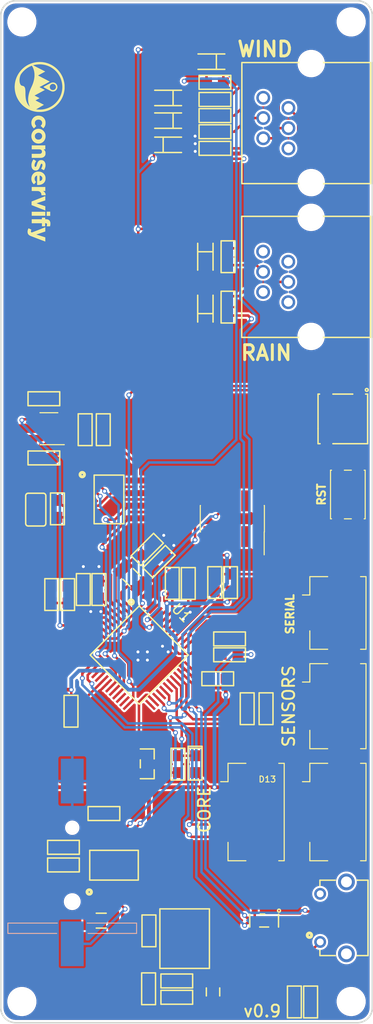
<source format=kicad_pcb>
(kicad_pcb (version 4) (host pcbnew 4.0.7-e2-6376~58~ubuntu16.04.1)
  (title_block (title fk-core) (date 2017-03-05) (rev 0.1) (company Conservify))
  (layers (0 F.Cu signal) (31 B.Cu signal) (34 B.Paste user) (35 F.Paste user) (36 B.SilkS user) (37 F.SilkS user) (38 B.Mask user) (39 F.Mask user) (44 Edge.Cuts user))
  (net 0 "")
  (net 1 GND)
  (net 2 "Net-(C1-Pad2)")
  (net 3 "Net-(C2-Pad2)")
  (net 4 3V3)
  (net 5 "Net-(C4-Pad1)")
  (net 6 "Net-(C5-Pad1)")
  (net 7 AREF)
  (net 8 /SWDIO)
  (net 9 /SWCLK)
  (net 10 "Net-(J6-Pad6)")
  (net 11 /RST)
  (net 12 /RESET)
  (net 13 /A0)
  (net 14 /A3)
  (net 15 /A4)
  (net 16 /D9)
  (net 17 /D1)
  (net 18 /D0)
  (net 19 /MOSI)
  (net 20 /SCK)
  (net 21 /MISO)
  (net 22 /ATN)
  (net 23 /D2)
  (net 24 /D12)
  (net 25 /D7)
  (net 26 /USB-)
  (net 27 /USB+)
  (net 28 /D30)
  (net 29 /D31)
  (net 30 /TX_LED)
  (net 31 /USB_ID)
  (net 32 /A5)
  (net 33 /RX_LED)
  (net 34 5V0)
  (net 35 "Net-(C10-Pad1)")
  (net 36 VUSB)
  (net 37 "Net-(J1-Pad4)")
  (net 38 "Net-(J1-Pad7)")
  (net 39 "Net-(J1-Pad8)")
  (net 40 "Net-(J1-Pad9)")
  (net 41 "Net-(F1-Pad1)")
  (net 42 "Net-(J6-Pad3)")
  (net 43 "Net-(J6-Pad4)")
  (net 44 "Net-(D5-Pad1)")
  (net 45 /D13)
  (net 46 "Net-(Q4-Pad3)")
  (net 47 /RAIN)
  (net 48 /WIND_DIR)
  (net 49 /WIND_SPEED)
  (net 50 "Net-(J10-Pad1)")
  (net 51 /RAIN_2)
  (net 52 "Net-(J10-Pad3)")
  (net 53 "Net-(J10-Pad4)")
  (net 54 /RAIN_5)
  (net 55 "Net-(J10-Pad6)")
  (net 56 "Net-(J11-Pad1)")
  (net 57 "Net-(J11-Pad2)")
  (net 58 "Net-(J11-Pad3)")
  (net 59 "Net-(J11-Pad4)")
  (net 60 "Net-(J11-Pad5)")
  (net 61 "Net-(J11-Pad6)")
  (net 62 /FLASH_CS)
  (net 63 /SCL1)
  (net 64 /SDA1)
  (net 65 /SCL2)
  (net 66 /SDA2)
  (net 67 "Net-(U1-Pad25)")
  (net 68 "Net-(U1-Pad8)")
  (net 69 /PERIPH_EN)
  (net 70 "Net-(J2-Pad3)")
  (net 71 /PERIPH_3V3)
  (net 72 "Net-(R11-Pad1)")
  (net 73 "Net-(U5-Pad3)")
  (net 74 "Net-(BT1-Pad1)")
  (net 75 "Net-(C19-Pad1)")
  (net 76 "Net-(U6-Pad7)")
  (net 77 "Net-(U6-Pad2)")
  (net 78 "Net-(U6-Pad1)")
  (net 79 "Net-(J7-Pad3)")
  (module conservify:conservify_text_negative_4000 (layer F.Cu) (at 88.519 112.522 270)
    (fp_text reference G*** hide)
    (fp_text value LOGO hide)
  )
  (module conservify:MICRO-USB (layer F.Cu) (at 118.364 189.738 90)
    (fp_text reference J1 hide)
    (fp_text value MICRO-USB hide)
    (pad 1 smd rect (at -1.3 -1.45 90) (size 0.4 1.35) (layers F.Cu F.Paste F.Mask) (net 36 VUSB))
    (pad 2 smd rect (at -0.65 -1.45 90) (size 0.4 1.35) (layers F.Cu F.Paste F.Mask) (net 26 /USB-))
    (pad 3 smd rect (at 0 -1.45 90) (size 0.4 1.35) (layers F.Cu F.Paste F.Mask) (net 27 /USB+))
    (pad 4 smd rect (at 0.65 -1.45 90) (size 0.4 1.35) (layers F.Cu F.Paste F.Mask) (net 37 "Net-(J1-Pad4)"))
    (pad 5 smd rect (at 1.3 -1.45 90) (size 0.4 1.35) (layers F.Cu F.Paste F.Mask) (net 1 GND))
    (pad 6 thru_hole circle (at -2.425 -1.525 90) (size 1.2 1.2) (drill 0.7) (layers *.Cu *.Mask F.Paste) (net 35 "Net-(C10-Pad1)"))
    (pad 7 thru_hole circle (at 2.425 -1.525 90) (size 1.2 1.2) (drill 0.7) (layers *.Cu *.Mask F.Paste) (net 38 "Net-(J1-Pad7)"))
    (pad 8 thru_hole circle (at -3.625 1.125 90) (size 1.7 1.7) (drill oval 1.1) (layers *.Cu *.Mask F.Paste) (net 39 "Net-(J1-Pad8)"))
    (pad 9 thru_hole circle (at 3.625 1.125 90) (size 1.7 1.7) (drill oval 1.1) (layers *.Cu *.Mask F.Paste) (net 40 "Net-(J1-Pad9)"))
  )
  (module conservify:wurth_615006138421 (layer F.Cu) (at 115.923028 125.132668 270)
    (fp_text reference J10 hide)
    (fp_text value Conn_01x06 hide)
    (pad "" np_thru_hole circle (at -6 0 270) (size 2.36 2.36) (drill 2.36) (layers *.Cu *.Mask F.SilkS))
    (pad "" np_thru_hole circle (at 6 0 270) (size 2.36 2.36) (drill 2.36) (layers *.Cu *.Mask F.SilkS))
    (pad 1 thru_hole circle (at -2.55 4.84 270) (size 1.4 1.4) (drill 0.9) (layers *.Cu *.Mask) (net 50 "Net-(J10-Pad1)"))
    (pad 2 thru_hole circle (at -1.53 2.3 270) (size 1.4 1.4) (drill 0.9) (layers *.Cu *.Mask) (net 51 /RAIN_2))
    (pad 3 thru_hole circle (at -0.51 4.84 270) (size 1.4 1.4) (drill 0.9) (layers *.Cu *.Mask) (net 52 "Net-(J10-Pad3)"))
    (pad 4 thru_hole circle (at 0.51 2.3 270) (size 1.4 1.4) (drill 0.9) (layers *.Cu *.Mask) (net 53 "Net-(J10-Pad4)"))
    (pad 5 thru_hole circle (at 1.53 4.84 270) (size 1.4 1.4) (drill 0.9) (layers *.Cu *.Mask) (net 54 /RAIN_5))
    (pad 6 thru_hole circle (at 2.55 2.3 270) (size 1.4 1.4) (drill 0.9) (layers *.Cu *.Mask) (net 55 "Net-(J10-Pad6)"))
  )
  (module conservify:wurth_615006138421 (layer F.Cu) (at 115.937028 109.632668 270)
    (fp_text reference J11 hide)
    (fp_text value Conn_01x06 hide)
    (pad "" np_thru_hole circle (at -6 0 270) (size 2.36 2.36) (drill 2.36) (layers *.Cu *.Mask F.SilkS))
    (pad "" np_thru_hole circle (at 6 0 270) (size 2.36 2.36) (drill 2.36) (layers *.Cu *.Mask F.SilkS))
    (pad 1 thru_hole circle (at -2.55 4.84 270) (size 1.4 1.4) (drill 0.9) (layers *.Cu *.Mask) (net 56 "Net-(J11-Pad1)"))
    (pad 2 thru_hole circle (at -1.53 2.3 270) (size 1.4 1.4) (drill 0.9) (layers *.Cu *.Mask) (net 57 "Net-(J11-Pad2)"))
    (pad 3 thru_hole circle (at -0.51 4.84 270) (size 1.4 1.4) (drill 0.9) (layers *.Cu *.Mask) (net 58 "Net-(J11-Pad3)"))
    (pad 4 thru_hole circle (at 0.51 2.3 270) (size 1.4 1.4) (drill 0.9) (layers *.Cu *.Mask) (net 59 "Net-(J11-Pad4)"))
    (pad 5 thru_hole circle (at 1.53 4.84 270) (size 1.4 1.4) (drill 0.9) (layers *.Cu *.Mask) (net 60 "Net-(J11-Pad5)"))
    (pad 6 thru_hole circle (at 2.55 2.3 270) (size 1.4 1.4) (drill 0.9) (layers *.Cu *.Mask) (net 61 "Net-(J11-Pad6)"))
  )
  (module conservify:Molex_CLIK-Mate_502382-0570_1x05_P1.25mm_Vertical (layer F.Cu) (at 117.856 179.07 270)
    (fp_text reference J2 hide)
    (fp_text value Conn_01x05 hide)
    (pad 1 smd rect (at -2.5 1.95 270) (size 0.6 1.7) (layers F.Cu F.Paste F.Mask) (net 4 3V3))
    (pad 2 smd rect (at -1.25 1.95 270) (size 0.6 1.7) (layers F.Cu F.Paste F.Mask) (net 1 GND))
    (pad 3 smd rect (at 0 1.95 270) (size 0.6 1.7) (layers F.Cu F.Paste F.Mask) (net 70 "Net-(J2-Pad3)"))
    (pad 4 smd rect (at 1.25 1.95 270) (size 0.6 1.7) (layers F.Cu F.Paste F.Mask) (net 65 /SCL2))
    (pad 5 smd rect (at 2.5 1.95 270) (size 0.6 1.7) (layers F.Cu F.Paste F.Mask) (net 66 /SDA2))
    (pad "" smd rect (at -4.35 -1.4 270) (size 1 2.8) (layers F.Cu F.Paste F.Mask))
    (pad "" smd rect (at 4.35 -1.4 270) (size 1 2.8) (layers F.Cu F.Paste F.Mask))
  )
  (module conservify:Molex_CLIK-Mate_502382-0470_1x04_P1.25mm_Vertical (layer F.Cu) (at 117.856 168.402 270)
    (fp_text reference J4 hide)
    (fp_text value Conn_01x04 hide)
    (pad 1 smd rect (at -1.875 1.95 270) (size 0.6 1.7) (layers F.Cu F.Paste F.Mask) (net 4 3V3))
    (pad 2 smd rect (at -0.625 1.95 270) (size 0.6 1.7) (layers F.Cu F.Paste F.Mask) (net 1 GND))
    (pad 3 smd rect (at 0.625 1.95 270) (size 0.6 1.7) (layers F.Cu F.Paste F.Mask) (net 63 /SCL1))
    (pad 4 smd rect (at 1.875 1.95 270) (size 0.6 1.7) (layers F.Cu F.Paste F.Mask) (net 64 /SDA1))
    (pad "" smd rect (at -3.725 -1.4 270) (size 1 2.8) (layers F.Cu F.Paste F.Mask))
    (pad "" smd rect (at 3.725 -1.4 270) (size 1 2.8) (layers F.Cu F.Paste F.Mask))
  )
  (module conservify:SJ_OPEN (layer F.Cu) (at 88.138 148.59 90)
    (fp_text reference J5 hide)
    (fp_text value Conn_01x02 hide)
    (pad 1 smd rect (at -0.762 0 90) (size 1.1684 1.6002) (layers F.Cu F.Mask) (net 4 3V3))
    (pad 2 smd rect (at 0.762 0 90) (size 1.1684 1.6002) (layers F.Cu F.Mask) (net 71 /PERIPH_3V3))
  )
  (module conservify:CAP-0603 (layer F.Cu) (at 99.3902 152.6032 225)
    (fp_text reference C1 hide)
    (fp_text value 18pF)
    (pad 1 smd rect (at -0.85 0 225) (size 1.1 1) (layers F.Cu F.Paste F.Mask) (net 1 GND))
    (pad 2 smd rect (at 0.85 0 225) (size 1.1 1) (layers F.Cu F.Paste F.Mask) (net 2 "Net-(C1-Pad2)"))
  )
  (module conservify:CAP-0603 (layer F.Cu) (at 100.584 153.8224 225)
    (fp_text reference C2 hide)
    (fp_text value 18pF)
    (pad 1 smd rect (at -0.85 0 225) (size 1.1 1) (layers F.Cu F.Paste F.Mask) (net 1 GND))
    (pad 2 smd rect (at 0.85 0 225) (size 1.1 1) (layers F.Cu F.Paste F.Mask) (net 3 "Net-(C2-Pad2)"))
  )
  (module conservify:CAP-0603 (layer F.Cu) (at 101.9175 156.0195 90)
    (fp_text reference C3 hide)
    (fp_text value 100nF)
    (pad 1 smd rect (at -0.85 0 90) (size 1.1 1) (layers F.Cu F.Paste F.Mask) (net 4 3V3))
    (pad 2 smd rect (at 0.85 0 90) (size 1.1 1) (layers F.Cu F.Paste F.Mask) (net 1 GND))
  )
  (module conservify:CAP-0603 (layer F.Cu) (at 91.3511 157.1523 90)
    (fp_text reference C4 hide)
    (fp_text value 100nF)
    (pad 1 smd rect (at -0.85 0 90) (size 1.1 1) (layers F.Cu F.Paste F.Mask) (net 5 "Net-(C4-Pad1)"))
    (pad 2 smd rect (at 0.85 0 90) (size 1.1 1) (layers F.Cu F.Paste F.Mask) (net 1 GND))
  )
  (module conservify:CAP-0603 (layer F.Cu) (at 103.5304 156.0322 90)
    (fp_text reference C5 hide)
    (fp_text value "1uF 10V X5R")
    (pad 1 smd rect (at -0.85 0 90) (size 1.1 1) (layers F.Cu F.Paste F.Mask) (net 6 "Net-(C5-Pad1)"))
    (pad 2 smd rect (at 0.85 0 90) (size 1.1 1) (layers F.Cu F.Paste F.Mask) (net 1 GND))
  )
  (module conservify:CAP-0603 (layer F.Cu) (at 94.5134 156.6418 90)
    (fp_text reference C6 hide)
    (fp_text value 100nF)
    (pad 1 smd rect (at -0.85 0 90) (size 1.1 1) (layers F.Cu F.Paste F.Mask) (net 7 AREF))
    (pad 2 smd rect (at 0.85 0 90) (size 1.1 1) (layers F.Cu F.Paste F.Mask) (net 1 GND))
  )
  (module conservify:CAP-0603 (layer F.Cu) (at 106.5022 165.6334)
    (fp_text reference C7 hide)
    (fp_text value 100nF)
    (pad 1 smd rect (at -0.85 0) (size 1.1 1) (layers F.Cu F.Paste F.Mask) (net 4 3V3))
    (pad 2 smd rect (at 0.85 0) (size 1.1 1) (layers F.Cu F.Paste F.Mask) (net 1 GND))
  )
  (module conservify:CAP-0603 (layer F.Cu) (at 91.694 168.91 270)
    (fp_text reference C8 hide)
    (fp_text value 100nF)
    (pad 1 smd rect (at -0.85 0 270) (size 1.1 1) (layers F.Cu F.Paste F.Mask) (net 4 3V3))
    (pad 2 smd rect (at 0.85 0 270) (size 1.1 1) (layers F.Cu F.Paste F.Mask) (net 1 GND))
  )
  (module conservify:CAP-0603 (layer F.Cu) (at 99.525008 196.880862 90)
    (fp_text reference C9 hide)
    (fp_text value 4.7uF)
    (pad 1 smd rect (at -0.85 0 90) (size 1.1 1) (layers F.Cu F.Paste F.Mask) (net 34 5V0))
    (pad 2 smd rect (at 0.85 0 90) (size 1.1 1) (layers F.Cu F.Paste F.Mask) (net 1 GND))
  )
  (module conservify:CAP-0603 (layer F.Cu) (at 114.2365 198.208 270)
    (fp_text reference C10 hide)
    (fp_text value 4.7nF)
    (pad 1 smd rect (at -0.85 0 270) (size 1.1 1) (layers F.Cu F.Paste F.Mask) (net 35 "Net-(C10-Pad1)"))
    (pad 2 smd rect (at 0.85 0 270) (size 1.1 1) (layers F.Cu F.Paste F.Mask) (net 1 GND))
  )
  (module conservify:CAP-0603 (layer F.Cu) (at 102.369808 196.093462 180)
    (fp_text reference C11 hide)
    (fp_text value 1uF)
    (pad 1 smd rect (at -0.85 0 180) (size 1.1 1) (layers F.Cu F.Paste F.Mask) (net 36 VUSB))
    (pad 2 smd rect (at 0.85 0 180) (size 1.1 1) (layers F.Cu F.Paste F.Mask) (net 1 GND))
  )
  (module conservify:CAP-0603 (layer F.Cu) (at 99.558515 191.043861 270)
    (fp_text reference C12 hide)
    (fp_text value 1uF)
    (pad 1 smd rect (at -0.85 0 270) (size 1.1 1) (layers F.Cu F.Paste F.Mask) (net 4 3V3))
    (pad 2 smd rect (at 0.85 0 270) (size 1.1 1) (layers F.Cu F.Paste F.Mask) (net 1 GND))
  )
  (module conservify:CAP-0603 (layer F.Cu) (at 88.956917 143.380379)
    (fp_text reference C13 hide)
    (fp_text value 100nF)
    (pad 1 smd rect (at -0.85 0) (size 1.1 1) (layers F.Cu F.Paste F.Mask) (net 4 3V3))
    (pad 2 smd rect (at 0.85 0) (size 1.1 1) (layers F.Cu F.Paste F.Mask) (net 1 GND))
  )
  (module conservify:CAP-0603 (layer F.Cu) (at 92.9386 156.6418 90)
    (fp_text reference C14 hide)
    (fp_text value "4.7uF 10V X5R")
    (pad 1 smd rect (at -0.85 0 90) (size 1.1 1) (layers F.Cu F.Paste F.Mask) (net 7 AREF))
    (pad 2 smd rect (at 0.85 0 90) (size 1.1 1) (layers F.Cu F.Paste F.Mask) (net 1 GND))
  )
  (module conservify:CAP-0603 (layer F.Cu) (at 94.951317 140.535579 90)
    (fp_text reference C15 hide)
    (fp_text value 100nF)
    (pad 1 smd rect (at -0.85 0 90) (size 1.1 1) (layers F.Cu F.Paste F.Mask) (net 71 /PERIPH_3V3))
    (pad 2 smd rect (at 0.85 0 90) (size 1.1 1) (layers F.Cu F.Paste F.Mask) (net 1 GND))
  )
  (module conservify:CAP-0603 (layer F.Cu) (at 93.122517 140.535579 90)
    (fp_text reference C16 hide)
    (fp_text value 10uF)
    (pad 1 smd rect (at -0.85 0 90) (size 1.1 1) (layers F.Cu F.Paste F.Mask) (net 71 /PERIPH_3V3))
    (pad 2 smd rect (at 0.85 0 90) (size 1.1 1) (layers F.Cu F.Paste F.Mask) (net 1 GND))
  )
  (module conservify:CAP-0603 (layer F.Cu) (at 90.3224 148.5138 270)
    (fp_text reference C18 hide)
    (fp_text value 100nF)
    (pad 1 smd rect (at -0.85 0 270) (size 1.1 1) (layers F.Cu F.Paste F.Mask) (net 71 /PERIPH_3V3))
    (pad 2 smd rect (at 0.85 0 270) (size 1.1 1) (layers F.Cu F.Paste F.Mask) (net 1 GND))
  )
  (module conservify:SOT-143B (layer F.Cu) (at 111.186 190.008 180)
    (fp_text reference D4 hide)
    (fp_text value PRTR5V0U2X)
    (pad 1 smd rect (at -0.75 1 180) (size 1 0.7) (layers F.Cu F.Paste F.Mask) (net 1 GND))
    (pad 2 smd rect (at 0.95 1 180) (size 0.6 0.7) (layers F.Cu F.Paste F.Mask) (net 27 /USB+))
    (pad 3 smd rect (at 0.95 -1 180) (size 0.6 0.7) (layers F.Cu F.Paste F.Mask) (net 26 /USB-))
    (pad 4 smd rect (at -0.95 -1 180) (size 0.6 0.7) (layers F.Cu F.Paste F.Mask) (net 36 VUSB))
  )
  (module conservify:LED-0603 (layer F.Cu) (at 104.220016 174.244 270)
    (fp_text reference D5 hide)
    (fp_text value Orange)
    (pad 2 smd rect (at 0.85 0 90) (size 1.1 1) (layers F.Cu F.Paste F.Mask) (net 4 3V3))
    (pad 1 smd rect (at -0.85 0 90) (size 1.1 1) (layers F.Cu F.Paste F.Mask) (net 44 "Net-(D5-Pad1)"))
  )
  (module conservify:MF-PSMF020X (layer F.Cu) (at 106.027408 197.198362 90)
    (fp_text reference F1 hide)
    (fp_text value MF-PSMF050X-2)
    (pad 1 smd rect (at -1.1 0 90) (size 1 1.5) (layers F.Cu F.Paste F.Mask) (net 41 "Net-(F1-Pad1)"))
    (pad 2 smd rect (at 1.1 0 90) (size 1 1.5) (layers F.Cu F.Paste F.Mask) (net 36 VUSB))
  )
  (module conservify:HDR_02x05_Pitch1.27mm_SMD_SWD (layer F.Cu) (at 107.9754 149.5078 270)
    (fp_text reference J6 hide)
    (fp_text value CONN_02x05_SWD hide)
    (pad 1 smd rect (at 1.8 -2.54 270) (size 2.1 0.75) (layers F.Cu F.Paste F.Mask) (net 1 GND))
    (pad 2 smd rect (at -1.8 -2.54 270) (size 2.1 0.75) (layers F.Cu F.Paste F.Mask) (net 11 /RST))
    (pad 3 smd rect (at 1.8 -1.27 270) (size 2.1 0.75) (layers F.Cu F.Paste F.Mask) (net 42 "Net-(J6-Pad3)"))
    (pad 4 smd rect (at -1.8 -1.27 270) (size 2.1 0.75) (layers F.Cu F.Paste F.Mask) (net 43 "Net-(J6-Pad4)"))
    (pad 5 smd rect (at 1.8 0 270) (size 2.1 0.75) (layers F.Cu F.Paste F.Mask) (net 1 GND))
    (pad 6 smd rect (at -1.8 0 270) (size 2.1 0.75) (layers F.Cu F.Paste F.Mask) (net 10 "Net-(J6-Pad6)"))
    (pad 7 smd rect (at 1.8 1.27 270) (size 2.1 0.75) (layers F.Cu F.Paste F.Mask) (net 1 GND))
    (pad 8 smd rect (at -1.8 1.27 270) (size 2.1 0.75) (layers F.Cu F.Paste F.Mask) (net 9 /SWCLK))
    (pad 9 smd rect (at 1.8 2.54 270) (size 2.1 0.75) (layers F.Cu F.Paste F.Mask) (net 4 3V3))
    (pad 10 smd rect (at -1.8 2.54 270) (size 2.1 0.75) (layers F.Cu F.Paste F.Mask) (net 8 /SWDIO))
  )
  (module conservify:IND-0603 (layer F.Cu) (at 102.369808 197.739917)
    (fp_text reference L1 hide)
    (fp_text value BLM18KG221SN1D)
    (pad 1 smd rect (at -0.85 0) (size 1.1 1) (layers F.Cu F.Paste F.Mask) (net 34 5V0))
    (pad 2 smd rect (at 0.85 0) (size 1.1 1) (layers F.Cu F.Paste F.Mask) (net 41 "Net-(F1-Pad1)"))
  )
  (module conservify:IND-0603 (layer F.Cu) (at 89.7509 157.1507 90)
    (fp_text reference L2 hide)
    (fp_text value BLM18KG221SN1D)
    (pad 1 smd rect (at -0.85 0 90) (size 1.1 1) (layers F.Cu F.Paste F.Mask) (net 5 "Net-(C4-Pad1)"))
    (pad 2 smd rect (at 0.85 0 90) (size 1.1 1) (layers F.Cu F.Paste F.Mask) (net 4 3V3))
  )
  (module conservify:SOT-23 (layer F.Cu) (at 99.49027 174.21088 270)
    (fp_text reference Q4 hide)
    (fp_text value 2N7002LT1G)
    (pad 1 smd rect (at -0.95 1.15 270) (size 0.65 1.05) (layers F.Cu F.Paste F.Mask) (net 45 /D13))
    (pad 2 smd rect (at 0.95 1.15 270) (size 0.65 1.05) (layers F.Cu F.Paste F.Mask) (net 1 GND))
    (pad 3 smd rect (at 0 -1.15 270) (size 0.65 1.05) (layers F.Cu F.Paste F.Mask) (net 46 "Net-(Q4-Pad3)"))
  )
  (module conservify:RES-0603 (layer F.Cu) (at 106.1974 155.9433 90)
    (fp_text reference R2 hide)
    (fp_text value 330R)
    (pad 1 smd rect (at -0.85 0 90) (size 1.1 1) (layers F.Cu F.Paste F.Mask) (net 12 /RESET))
    (pad 2 smd rect (at 0.85 0 90) (size 1.1 1) (layers F.Cu F.Paste F.Mask) (net 11 /RST))
  )
  (module conservify:RES-0603 (layer F.Cu) (at 107.7849 155.9433 90)
    (fp_text reference R4 hide)
    (fp_text value 10K)
    (pad 1 smd rect (at -0.85 0 90) (size 1.1 1) (layers F.Cu F.Paste F.Mask) (net 4 3V3))
    (pad 2 smd rect (at 0.85 0 90) (size 1.1 1) (layers F.Cu F.Paste F.Mask) (net 11 /RST))
  )
  (module conservify:RES-0603 (layer F.Cu) (at 111.379 168.656 90)
    (fp_text reference R6 hide)
    (fp_text value 4.7K)
    (pad 1 smd rect (at -0.85 0 90) (size 1.1 1) (layers F.Cu F.Paste F.Mask) (net 64 /SDA1))
    (pad 2 smd rect (at 0.85 0 90) (size 1.1 1) (layers F.Cu F.Paste F.Mask) (net 4 3V3))
  )
  (module conservify:RES-0603 (layer F.Cu) (at 109.474 168.656 90)
    (fp_text reference R7 hide)
    (fp_text value 4.7K)
    (pad 1 smd rect (at -0.85 0 90) (size 1.1 1) (layers F.Cu F.Paste F.Mask) (net 63 /SCL1))
    (pad 2 smd rect (at 0.85 0 90) (size 1.1 1) (layers F.Cu F.Paste F.Mask) (net 4 3V3))
  )
  (module conservify:RES-0603 (layer F.Cu) (at 107.696 163.2204)
    (fp_text reference R8 hide)
    (fp_text value 100k)
    (pad 1 smd rect (at -0.85 0) (size 1.1 1) (layers F.Cu F.Paste F.Mask) (net 4 3V3))
    (pad 2 smd rect (at 0.85 0) (size 1.1 1) (layers F.Cu F.Paste F.Mask) (net 37 "Net-(J1-Pad4)"))
  )
  (module conservify:RES-0603 (layer F.Cu) (at 107.696 161.6202 180)
    (fp_text reference R9 hide)
    (fp_text value 330R)
    (pad 1 smd rect (at -0.85 0 180) (size 1.1 1) (layers F.Cu F.Paste F.Mask) (net 37 "Net-(J1-Pad4)"))
    (pad 2 smd rect (at 0.85 0 180) (size 1.1 1) (layers F.Cu F.Paste F.Mask) (net 31 /USB_ID))
  )
  (module conservify:RES-0603 (layer F.Cu) (at 115.8748 198.2104 270)
    (fp_text reference R10 hide)
    (fp_text value 1M)
    (pad 1 smd rect (at -0.85 0 270) (size 1.1 1) (layers F.Cu F.Paste F.Mask) (net 35 "Net-(C10-Pad1)"))
    (pad 2 smd rect (at 0.85 0 270) (size 1.1 1) (layers F.Cu F.Paste F.Mask) (net 1 GND))
  )
  (module conservify:RES-0603 (layer F.Cu) (at 88.956917 137.414 180)
    (fp_text reference R11 hide)
    (fp_text value 10K)
    (pad 1 smd rect (at -0.85 0 180) (size 1.1 1) (layers F.Cu F.Paste F.Mask) (net 72 "Net-(R11-Pad1)"))
    (pad 2 smd rect (at 0.85 0 180) (size 1.1 1) (layers F.Cu F.Paste F.Mask) (net 4 3V3))
  )
  (module conservify:RES-0603 (layer F.Cu) (at 102.489 174.244 270)
    (fp_text reference R17 hide)
    (fp_text value 2k2)
    (pad 1 smd rect (at -0.85 0 270) (size 1.1 1) (layers F.Cu F.Paste F.Mask) (net 44 "Net-(D5-Pad1)"))
    (pad 2 smd rect (at 0.85 0 270) (size 1.1 1) (layers F.Cu F.Paste F.Mask) (net 46 "Net-(Q4-Pad3)"))
  )
  (module conservify:RES-0603 (layer F.Cu) (at 106.220228 112.178668 180)
    (fp_text reference R22 hide)
    (fp_text value 1K)
    (pad 1 smd rect (at -0.85 0 180) (size 1.1 1) (layers F.Cu F.Paste F.Mask) (net 57 "Net-(J11-Pad2)"))
    (pad 2 smd rect (at 0.85 0 180) (size 1.1 1) (layers F.Cu F.Paste F.Mask) (net 1 GND))
  )
  (module conservify:RES-0603 (layer F.Cu) (at 107.541028 123.100668 90)
    (fp_text reference R23 hide)
    (fp_text value 1K)
    (pad 1 smd rect (at -0.85 0 90) (size 1.1 1) (layers F.Cu F.Paste F.Mask) (net 52 "Net-(J10-Pad3)"))
    (pad 2 smd rect (at 0.85 0 90) (size 1.1 1) (layers F.Cu F.Paste F.Mask) (net 1 GND))
  )
  (module conservify:RES-0603 (layer F.Cu) (at 106.220228 107.251068 180)
    (fp_text reference R30 hide)
    (fp_text value 1K)
    (pad 1 smd rect (at -0.85 0 180) (size 1.1 1) (layers F.Cu F.Paste F.Mask) (net 60 "Net-(J11-Pad5)"))
    (pad 2 smd rect (at 0.85 0 180) (size 1.1 1) (layers F.Cu F.Paste F.Mask) (net 48 /WIND_DIR))
  )
  (module conservify:RES-0603 (layer F.Cu) (at 106.220228 110.502268 180)
    (fp_text reference R31 hide)
    (fp_text value 1K)
    (pad 1 smd rect (at -0.85 0 180) (size 1.1 1) (layers F.Cu F.Paste F.Mask) (net 58 "Net-(J11-Pad3)"))
    (pad 2 smd rect (at 0.85 0 180) (size 1.1 1) (layers F.Cu F.Paste F.Mask) (net 1 GND))
  )
  (module conservify:RES-0603 (layer F.Cu) (at 107.541028 128.180668 270)
    (fp_text reference R32 hide)
    (fp_text value 1K)
    (pad 1 smd rect (at -0.85 0 270) (size 1.1 1) (layers F.Cu F.Paste F.Mask) (net 53 "Net-(J10-Pad4)"))
    (pad 2 smd rect (at 0.85 0 270) (size 1.1 1) (layers F.Cu F.Paste F.Mask) (net 47 /RAIN))
  )
  (module conservify:RES-0603 (layer F.Cu) (at 106.220228 108.876668 180)
    (fp_text reference R33 hide)
    (fp_text value 1K)
    (pad 1 smd rect (at -0.85 0 180) (size 1.1 1) (layers F.Cu F.Paste F.Mask) (net 59 "Net-(J11-Pad4)"))
    (pad 2 smd rect (at 0.85 0 180) (size 1.1 1) (layers F.Cu F.Paste F.Mask) (net 49 /WIND_SPEED))
  )
  (module conservify:RES-0603 (layer F.Cu) (at 106.220228 105.523868 180)
    (fp_text reference R34 hide)
    (fp_text value 4.7K)
    (pad 1 smd rect (at -0.85 0 180) (size 1.1 1) (layers F.Cu F.Paste F.Mask) (net 4 3V3))
    (pad 2 smd rect (at 0.85 0 180) (size 1.1 1) (layers F.Cu F.Paste F.Mask) (net 48 /WIND_DIR))
  )
  (module conservify:TQFP-48_7x7mm_Pitch0.5mm (layer F.Cu) (at 98.5774 163.2458 315)
    (fp_text reference U1 (at 0 -6 315) (layer F.SilkS))
    (fp_text value ATSAMD21G18A-AU)
    (pad 1 smd rect (at -4.35 -2.75 315) (size 1.3 0.25) (layers F.Cu F.Paste F.Mask) (net 3 "Net-(C2-Pad2)"))
    (pad 2 smd rect (at -4.35 -2.25 315) (size 1.3 0.25) (layers F.Cu F.Paste F.Mask) (net 2 "Net-(C1-Pad2)"))
    (pad 3 smd rect (at -4.35 -1.75 315) (size 1.3 0.25) (layers F.Cu F.Paste F.Mask) (net 13 /A0))
    (pad 4 smd rect (at -4.35 -1.25 315) (size 1.3 0.25) (layers F.Cu F.Paste F.Mask) (net 7 AREF))
    (pad 5 smd rect (at -4.35 -0.75 315) (size 1.3 0.25) (layers F.Cu F.Paste F.Mask) (net 1 GND))
    (pad 6 smd rect (at -4.35 -0.25 315) (size 1.3 0.25) (layers F.Cu F.Paste F.Mask) (net 5 "Net-(C4-Pad1)"))
    (pad 7 smd rect (at -4.35 0.25 315) (size 1.3 0.25) (layers F.Cu F.Paste F.Mask) (net 48 /WIND_DIR))
    (pad 8 smd rect (at -4.35 0.75 315) (size 1.3 0.25) (layers F.Cu F.Paste F.Mask) (net 68 "Net-(U1-Pad8)"))
    (pad 9 smd rect (at -4.35 1.25 315) (size 1.3 0.25) (layers F.Cu F.Paste F.Mask) (net 14 /A3))
    (pad 10 smd rect (at -4.35 1.75 315) (size 1.3 0.25) (layers F.Cu F.Paste F.Mask) (net 15 /A4))
    (pad 11 smd rect (at -4.35 2.25 315) (size 1.3 0.25) (layers F.Cu F.Paste F.Mask) (net 69 /PERIPH_EN))
    (pad 12 smd rect (at -4.35 2.75 315) (size 1.3 0.25) (layers F.Cu F.Paste F.Mask) (net 16 /D9))
    (pad 13 smd rect (at -2.75 4.35 45) (size 1.3 0.25) (layers F.Cu F.Paste F.Mask) (net 66 /SDA2))
    (pad 14 smd rect (at -2.25 4.35 45) (size 1.3 0.25) (layers F.Cu F.Paste F.Mask) (net 65 /SCL2))
    (pad 15 smd rect (at -1.75 4.35 45) (size 1.3 0.25) (layers F.Cu F.Paste F.Mask) (net 17 /D1))
    (pad 16 smd rect (at -1.25 4.35 45) (size 1.3 0.25) (layers F.Cu F.Paste F.Mask) (net 18 /D0))
    (pad 17 smd rect (at -0.75 4.35 45) (size 1.3 0.25) (layers F.Cu F.Paste F.Mask) (net 4 3V3))
    (pad 18 smd rect (at -0.25 4.35 45) (size 1.3 0.25) (layers F.Cu F.Paste F.Mask) (net 1 GND))
    (pad 19 smd rect (at 0.25 4.35 45) (size 1.3 0.25) (layers F.Cu F.Paste F.Mask) (net 19 /MOSI))
    (pad 20 smd rect (at 0.75 4.35 45) (size 1.3 0.25) (layers F.Cu F.Paste F.Mask) (net 20 /SCK))
    (pad 21 smd rect (at 1.25 4.35 45) (size 1.3 0.25) (layers F.Cu F.Paste F.Mask) (net 21 /MISO))
    (pad 22 smd rect (at 1.75 4.35 45) (size 1.3 0.25) (layers F.Cu F.Paste F.Mask) (net 22 /ATN))
    (pad 23 smd rect (at 2.25 4.35 45) (size 1.3 0.25) (layers F.Cu F.Paste F.Mask) (net 23 /D2))
    (pad 24 smd rect (at 2.75 4.35 45) (size 1.3 0.25) (layers F.Cu F.Paste F.Mask) (net 62 /FLASH_CS))
    (pad 25 smd rect (at 4.35 2.75 315) (size 1.3 0.25) (layers F.Cu F.Paste F.Mask) (net 67 "Net-(U1-Pad25)"))
    (pad 26 smd rect (at 4.35 2.25 315) (size 1.3 0.25) (layers F.Cu F.Paste F.Mask) (net 45 /D13))
    (pad 27 smd rect (at 4.35 1.75 315) (size 1.3 0.25) (layers F.Cu F.Paste F.Mask) (net 49 /WIND_SPEED))
    (pad 28 smd rect (at 4.35 1.25 315) (size 1.3 0.25) (layers F.Cu F.Paste F.Mask) (net 24 /D12))
    (pad 29 smd rect (at 4.35 0.75 315) (size 1.3 0.25) (layers F.Cu F.Paste F.Mask) (net 47 /RAIN))
    (pad 30 smd rect (at 4.35 0.25 315) (size 1.3 0.25) (layers F.Cu F.Paste F.Mask) (net 25 /D7))
    (pad 31 smd rect (at 4.35 -0.25 315) (size 1.3 0.25) (layers F.Cu F.Paste F.Mask) (net 64 /SDA1))
    (pad 32 smd rect (at 4.35 -0.75 315) (size 1.3 0.25) (layers F.Cu F.Paste F.Mask) (net 63 /SCL1))
    (pad 33 smd rect (at 4.35 -1.25 315) (size 1.3 0.25) (layers F.Cu F.Paste F.Mask) (net 26 /USB-))
    (pad 34 smd rect (at 4.35 -1.75 315) (size 1.3 0.25) (layers F.Cu F.Paste F.Mask) (net 27 /USB+))
    (pad 35 smd rect (at 4.35 -2.25 315) (size 1.3 0.25) (layers F.Cu F.Paste F.Mask) (net 1 GND))
    (pad 36 smd rect (at 4.35 -2.75 315) (size 1.3 0.25) (layers F.Cu F.Paste F.Mask) (net 4 3V3))
    (pad 37 smd rect (at 2.75 -4.35 45) (size 1.3 0.25) (layers F.Cu F.Paste F.Mask) (net 28 /D30))
    (pad 38 smd rect (at 2.25 -4.35 45) (size 1.3 0.25) (layers F.Cu F.Paste F.Mask) (net 29 /D31))
    (pad 39 smd rect (at 1.75 -4.35 45) (size 1.3 0.25) (layers F.Cu F.Paste F.Mask) (net 30 /TX_LED))
    (pad 40 smd rect (at 1.25 -4.35 45) (size 1.3 0.25) (layers F.Cu F.Paste F.Mask) (net 12 /RESET))
    (pad 41 smd rect (at 0.75 -4.35 45) (size 1.3 0.25) (layers F.Cu F.Paste F.Mask) (net 31 /USB_ID))
    (pad 42 smd rect (at 0.25 -4.35 45) (size 1.3 0.25) (layers F.Cu F.Paste F.Mask) (net 1 GND))
    (pad 43 smd rect (at -0.25 -4.35 45) (size 1.3 0.25) (layers F.Cu F.Paste F.Mask) (net 6 "Net-(C5-Pad1)"))
    (pad 44 smd rect (at -0.75 -4.35 45) (size 1.3 0.25) (layers F.Cu F.Paste F.Mask) (net 4 3V3))
    (pad 45 smd rect (at -1.25 -4.35 45) (size 1.3 0.25) (layers F.Cu F.Paste F.Mask) (net 9 /SWCLK))
    (pad 46 smd rect (at -1.75 -4.35 45) (size 1.3 0.25) (layers F.Cu F.Paste F.Mask) (net 8 /SWDIO))
    (pad 47 smd rect (at -2.25 -4.35 45) (size 1.3 0.25) (layers F.Cu F.Paste F.Mask) (net 32 /A5))
    (pad 48 smd rect (at -2.75 -4.35 45) (size 1.3 0.25) (layers F.Cu F.Paste F.Mask) (net 33 /RX_LED))
  )
  (module conservify:SOT-89 (layer F.Cu) (at 103.163915 191.828661 180)
    (fp_text reference U2 hide)
    (fp_text value MCP1700T-XXX2E)
    (pad 1 smd rect (at -1.5 1.75 180) (size 0.8 1.2) (layers F.Cu F.Paste F.Mask) (net 1 GND))
    (pad 2 smd rect (at 0 1.1 180) (size 0.8 2.2) (drill (offset 0 0.15)) (layers F.Cu F.Paste F.Mask) (net 36 VUSB))
    (pad 3 smd rect (at 1.5 1.75 180) (size 0.8 1.2) (layers F.Cu F.Paste F.Mask) (net 4 3V3))
    (pad 2 smd rect (at 0 0 180) (size 2 2.5) (drill (offset 0 -1.1)) (layers F.Cu F.Paste F.Mask) (net 36 VUSB))
  )
  (module conservify:SOT-23-5_HandSoldering (layer F.Cu) (at 89.464917 140.433979 180)
    (fp_text reference U3 hide)
    (fp_text value TPS2051B)
    (pad 1 smd rect (at -1.35 -0.95 180) (size 1.56 0.65) (layers F.Cu F.Paste F.Mask) (net 71 /PERIPH_3V3))
    (pad 2 smd rect (at -1.35 0 180) (size 1.56 0.65) (layers F.Cu F.Paste F.Mask) (net 1 GND))
    (pad 3 smd rect (at -1.35 0.95 180) (size 1.56 0.65) (layers F.Cu F.Paste F.Mask) (net 72 "Net-(R11-Pad1)"))
    (pad 4 smd rect (at 1.35 0.95 180) (size 1.56 0.65) (layers F.Cu F.Paste F.Mask) (net 69 /PERIPH_EN))
    (pad 5 smd rect (at 1.35 -0.95 180) (size 1.56 0.65) (layers F.Cu F.Paste F.Mask) (net 4 3V3))
  )
  (module conservify:SOIC-8-N (layer F.Cu) (at 95.5294 147.5613)
    (fp_text reference U4 hide)
    (fp_text value S25FL1xxK0XM)
    (pad 8 smd rect (at 2.7 -1.905) (size 2 0.6) (layers F.Cu F.Paste F.Mask) (net 71 /PERIPH_3V3))
    (pad 7 smd rect (at 2.7 -0.635) (size 2 0.6) (layers F.Cu F.Paste F.Mask) (net 71 /PERIPH_3V3))
    (pad 6 smd rect (at 2.7 0.635) (size 2 0.6) (layers F.Cu F.Paste F.Mask) (net 20 /SCK))
    (pad 5 smd rect (at 2.7 1.905) (size 2 0.6) (layers F.Cu F.Paste F.Mask) (net 19 /MOSI))
    (pad 4 smd rect (at -2.7 1.905) (size 2 0.6) (layers F.Cu F.Paste F.Mask) (net 1 GND))
    (pad 3 smd rect (at -2.7 0.635) (size 2 0.6) (layers F.Cu F.Paste F.Mask) (net 71 /PERIPH_3V3))
    (pad 2 smd rect (at -2.7 -0.635) (size 2 0.6) (layers F.Cu F.Paste F.Mask) (net 21 /MISO))
    (pad 1 smd rect (at -2.7 -1.905) (size 2 0.6) (layers F.Cu F.Paste F.Mask) (net 62 /FLASH_CS))
  )
  (module conservify:ABS07 (layer F.Cu) (at 97.8154 155.4353 315)
    (fp_text reference Y1 hide)
    (fp_text value FC-135)
    (pad 1 smd rect (at -1.25 0 315) (size 1.1 1.9) (layers F.Cu F.Paste F.Mask) (net 2 "Net-(C1-Pad2)"))
    (pad 2 smd rect (at 1.25 0 315) (size 1.1 1.9) (layers F.Cu F.Paste F.Mask) (net 3 "Net-(C2-Pad2)"))
  )
  (module conservify:SW_SPST_WURTH_1 (layer F.Cu) (at 119.634 147.066 270)
    (fp_text reference SW1 hide)
    (fp_text value SPNO hide)
    (pad 1 smd rect (at 2.58 -1 270) (size 1.45 0.7) (layers F.Cu F.Paste F.Mask) (net 1 GND))
    (pad 1 smd rect (at -2.58 -1 270) (size 1.45 0.7) (layers F.Cu F.Paste F.Mask) (net 1 GND))
    (pad 2 smd rect (at -2.58 1 270) (size 1.45 0.7) (layers F.Cu F.Paste F.Mask) (net 11 /RST))
    (pad 2 smd rect (at 2.58 1 270) (size 1.45 0.7) (layers F.Cu F.Paste F.Mask) (net 11 /RST))
  )
  (module conservify:Molex_CLIK-Mate_502382-0370_1x03_P1.25mm_Vertical (layer F.Cu) (at 117.856 159.004 270)
    (fp_text reference J3 hide)
    (fp_text value CONN_01x03_SERIAL)
    (pad 1 smd rect (at -1.25 1.95 270) (size 0.6 1.7) (layers F.Cu F.Paste F.Mask) (net 1 GND))
    (pad 2 smd rect (at 0 1.95 270) (size 0.6 1.7) (layers F.Cu F.Paste F.Mask) (net 29 /D31))
    (pad 3 smd rect (at 1.25 1.95 270) (size 0.6 1.7) (layers F.Cu F.Paste F.Mask) (net 28 /D30))
    (pad "" smd rect (at -3.1 -1.4 270) (size 1 2.8) (layers F.Cu F.Paste F.Mask))
    (pad "" smd rect (at 3.1 -1.4 270) (size 1 2.8) (layers F.Cu F.Paste F.Mask))
  )
  (module conservify:HOLE_NPTH_2.54MM (layer F.Cu) (at 86.738445 99.437083 90)
    (fp_text reference REF** hide)
    (fp_text value HOLE_NPTH_2.54MM hide)
    (pad "" np_thru_hole circle (at 0 0 90) (size 2.54 2.54) (drill 2.54) (layers *.Cu *.Mask F.SilkS))
  )
  (module conservify:HOLE_NPTH_2.54MM (layer F.Cu) (at 86.738445 198.167083 90)
    (fp_text reference REF** hide)
    (fp_text value HOLE_NPTH_2.54MM hide)
    (pad "" np_thru_hole circle (at 0 0 90) (size 2.54 2.54) (drill 2.54) (layers *.Cu *.Mask F.SilkS))
  )
  (module conservify:HOLE_NPTH_2.54MM (layer F.Cu) (at 119.968445 198.167083 90)
    (fp_text reference REF** hide)
    (fp_text value HOLE_NPTH_2.54MM hide)
    (pad "" np_thru_hole circle (at 0 0 90) (size 2.54 2.54) (drill 2.54) (layers *.Cu *.Mask F.SilkS))
  )
  (module conservify:HOLE_NPTH_2.54MM (layer F.Cu) (at 119.968445 99.437083 90)
    (fp_text reference REF** hide)
    (fp_text value HOLE_NPTH_2.54MM hide)
    (pad "" np_thru_hole circle (at 0 0 90) (size 2.54 2.54) (drill 2.54) (layers *.Cu *.Mask F.SilkS))
  )
  (module conservify:SK6812 (layer F.Cu) (at 119.126 139.446 90)
    (fp_text reference U5)
    (fp_text value SK6812)
    (pad 3 smd rect (at -2.45 -1.65 90) (size 1.5 0.9) (layers F.Cu F.Paste F.Mask) (net 73 "Net-(U5-Pad3)"))
    (pad 4 smd rect (at -2.45 1.65 90) (size 1.5 0.9) (layers F.Cu F.Paste F.Mask) (net 1 GND))
    (pad 1 smd rect (at 2.45 1.65 90) (size 1.5 0.9) (layers F.Cu F.Paste F.Mask) (net 14 /A3))
    (pad 2 smd rect (at 2.45 -1.65 90) (size 1.5 0.9) (layers F.Cu F.Paste F.Mask) (net 4 3V3))
  )
  (module conservify:BAT_CR1210 (layer B.Cu) (at 91.821 184.15 180)
    (fp_text reference BT1 hide)
    (fp_text value BATTERY_CELL)
    (pad 1 smd rect (at 0 -8.2 180) (size 2.3 4.5) (layers B.Cu B.Paste B.Mask) (net 74 "Net-(BT1-Pad1)"))
    (pad 2 smd rect (at 0 8.2 180) (size 2.3 4.5) (layers B.Cu B.Paste B.Mask) (net 1 GND))
    (pad "" np_thru_hole circle (at 0 3.5 180) (size 1.05 1.05) (drill 1.05) (layers *.Cu *.Mask B.SilkS))
    (pad "" np_thru_hole circle (at 0 -3.95 180) (size 1.3 1.3) (drill 1.3) (layers *.Cu *.Mask B.SilkS))
  )
  (module conservify:CAP-0603 (layer F.Cu) (at 95.017564 179.221478)
    (fp_text reference C17 hide)
    (fp_text value 10nF)
    (pad 1 smd rect (at -0.85 0) (size 1.1 1) (layers F.Cu F.Paste F.Mask) (net 4 3V3))
    (pad 2 smd rect (at 0.85 0) (size 1.1 1) (layers F.Cu F.Paste F.Mask) (net 1 GND))
  )
  (module conservify:CAP-0603 (layer F.Cu) (at 90.932 184.404)
    (fp_text reference C19 hide)
    (fp_text value 10nF)
    (pad 1 smd rect (at -0.85 0) (size 1.1 1) (layers F.Cu F.Paste F.Mask) (net 75 "Net-(C19-Pad1)"))
    (pad 2 smd rect (at 0.85 0) (size 1.1 1) (layers F.Cu F.Paste F.Mask) (net 1 GND))
  )
  (module conservify:RES-0603 (layer F.Cu) (at 90.932 182.626 180)
    (fp_text reference R1 hide)
    (fp_text value 1K)
    (pad 1 smd rect (at -0.85 0 180) (size 1.1 1) (layers F.Cu F.Paste F.Mask) (net 4 3V3))
    (pad 2 smd rect (at 0.85 0 180) (size 1.1 1) (layers F.Cu F.Paste F.Mask) (net 75 "Net-(C19-Pad1)"))
  )
  (module conservify:SOIC-8-N (layer F.Cu) (at 96.033564 184.428478 90)
    (fp_text reference U6 hide)
    (fp_text value PCF8523)
    (pad 8 smd rect (at 2.7 -1.905 90) (size 2 0.6) (layers F.Cu F.Paste F.Mask) (net 4 3V3))
    (pad 7 smd rect (at 2.7 -0.635 90) (size 2 0.6) (layers F.Cu F.Paste F.Mask) (net 76 "Net-(U6-Pad7)"))
    (pad 6 smd rect (at 2.7 0.635 90) (size 2 0.6) (layers F.Cu F.Paste F.Mask) (net 63 /SCL1))
    (pad 5 smd rect (at 2.7 1.905 90) (size 2 0.6) (layers F.Cu F.Paste F.Mask) (net 64 /SDA1))
    (pad 4 smd rect (at -2.7 1.905 90) (size 2 0.6) (layers F.Cu F.Paste F.Mask) (net 1 GND))
    (pad 3 smd rect (at -2.7 0.635 90) (size 2 0.6) (layers F.Cu F.Paste F.Mask) (net 74 "Net-(BT1-Pad1)"))
    (pad 2 smd rect (at -2.7 -0.635 90) (size 2 0.6) (layers F.Cu F.Paste F.Mask) (net 77 "Net-(U6-Pad2)"))
    (pad 1 smd rect (at -2.7 -1.905 90) (size 2 0.6) (layers F.Cu F.Paste F.Mask) (net 78 "Net-(U6-Pad1)"))
  )
  (module conservify:ABS07 (layer F.Cu) (at 94.743564 190.016478 180)
    (fp_text reference Y2 hide)
    (fp_text value FC-135)
    (pad 1 smd rect (at -1.25 0 180) (size 1.1 1.9) (layers F.Cu F.Paste F.Mask) (net 77 "Net-(U6-Pad2)"))
    (pad 2 smd rect (at 1.25 0 180) (size 1.1 1.9) (layers F.Cu F.Paste F.Mask) (net 78 "Net-(U6-Pad1)"))
  )
  (module conservify:SOD-123 (layer F.Cu) (at 101.495828 109.384668 180)
    (fp_text reference D11 hide)
    (fp_text value DIODE)
    (pad 1 smd rect (at -1.4224 0 180) (size 1.3 0.95) (layers F.Cu F.Paste F.Mask) (net 49 /WIND_SPEED))
    (pad 2 smd rect (at 1.4224 0 180) (size 1.3 0.95) (layers F.Cu F.Paste F.Mask) (net 1 GND))
  )
  (module conservify:SOD-123 (layer F.Cu) (at 101.495628 111.823068)
    (fp_text reference D10 hide)
    (fp_text value DIODE)
    (pad 1 smd rect (at -1.4224 0) (size 1.3 0.95) (layers F.Cu F.Paste F.Mask) (net 4 3V3))
    (pad 2 smd rect (at 1.4224 0) (size 1.3 0.95) (layers F.Cu F.Paste F.Mask) (net 49 /WIND_SPEED))
  )
  (module conservify:SOD-123 (layer F.Cu) (at 105.864628 103.441068 180)
    (fp_text reference D9 hide)
    (fp_text value DIODE)
    (pad 1 smd rect (at -1.4224 0 180) (size 1.3 0.95) (layers F.Cu F.Paste F.Mask) (net 4 3V3))
    (pad 2 smd rect (at 1.4224 0 180) (size 1.3 0.95) (layers F.Cu F.Paste F.Mask) (net 48 /WIND_DIR))
  )
  (module conservify:SOD-123 (layer F.Cu) (at 101.495828 107.098668 180)
    (fp_text reference D8 hide)
    (fp_text value DIODE)
    (pad 1 smd rect (at -1.4224 0 180) (size 1.3 0.95) (layers F.Cu F.Paste F.Mask) (net 48 /WIND_DIR))
    (pad 2 smd rect (at 1.4224 0 180) (size 1.3 0.95) (layers F.Cu F.Paste F.Mask) (net 1 GND))
  )
  (module conservify:SOD-123 (layer F.Cu) (at 105.255028 128.333068 90)
    (fp_text reference D7 hide)
    (fp_text value DIODE)
    (pad 1 smd rect (at -1.4224 0 90) (size 1.3 0.95) (layers F.Cu F.Paste F.Mask) (net 47 /RAIN))
    (pad 2 smd rect (at 1.4224 0 90) (size 1.3 0.95) (layers F.Cu F.Paste F.Mask) (net 1 GND))
  )
  (module conservify:SOD-123 (layer F.Cu) (at 105.255028 123.100668 270)
    (fp_text reference D6 hide)
    (fp_text value DIODE)
    (pad 1 smd rect (at -1.4224 0 270) (size 1.3 0.95) (layers F.Cu F.Paste F.Mask) (net 4 3V3))
    (pad 2 smd rect (at 1.4224 0 270) (size 1.3 0.95) (layers F.Cu F.Paste F.Mask) (net 47 /RAIN))
  )
  (module conservify:Molex_CLIK-Mate_502382-0570_1x05_P1.25mm_Vertical (layer F.Cu) (at 109.601 179.07 270)
    (fp_text reference J7 hide)
    (fp_text value Conn_01x05)
    (pad 1 smd rect (at -2.5 1.95 270) (size 0.6 1.7) (layers F.Cu F.Paste F.Mask) (net 4 3V3))
    (pad 2 smd rect (at -1.25 1.95 270) (size 0.6 1.7) (layers F.Cu F.Paste F.Mask) (net 1 GND))
    (pad 3 smd rect (at 0 1.95 270) (size 0.6 1.7) (layers F.Cu F.Paste F.Mask) (net 79 "Net-(J7-Pad3)"))
    (pad 4 smd rect (at 1.25 1.95 270) (size 0.6 1.7) (layers F.Cu F.Paste F.Mask) (net 65 /SCL2))
    (pad 5 smd rect (at 2.5 1.95 270) (size 0.6 1.7) (layers F.Cu F.Paste F.Mask) (net 66 /SDA2))
    (pad "" smd rect (at -4.35 -1.4 270) (size 1 2.8) (layers F.Cu F.Paste F.Mask))
    (pad "" smd rect (at 4.35 -1.4 270) (size 1 2.8) (layers F.Cu F.Paste F.Mask))
  )
  (gr_text SERIAL (at 113.792 159.131 90) (layer F.SilkS) (effects (font (size 0.8 0.8) (thickness 0.2))))
  (gr_text RST (at 116.967 147.066 90) (layer F.SilkS) (effects (font (size 0.8 0.8) (thickness 0.2))))
  (gr_text SENSORS (at 113.665 168.402 90) (layer F.SilkS) (effects (font (size 1.2 1.2) (thickness 0.2))))
  (gr_text CORE (at 105.156 178.816 90) (layer F.SilkS) (effects (font (size 1.2 1.2) (thickness 0.2))))
  (gr_text RAIN (at 111.4044 132.7912) (layer F.SilkS) (effects (font (size 1.5 1.5) (thickness 0.3))))
  (gr_text WIND (at 111.2774 102.1842) (layer F.SilkS) (effects (font (size 1.5 1.5) (thickness 0.3))))
  (gr_arc (start 86.103445 98.802083) (end 84.603445 98.802083) (angle 90) (layer Edge.Cuts) (width 0.15))
  (gr_arc (start 86.103445 198.802083) (end 86.103445 200.302083) (angle 90) (layer Edge.Cuts) (width 0.15))
  (gr_arc (start 120.603445 198.802083) (end 122.103445 198.802083) (angle 90) (layer Edge.Cuts) (width 0.15))
  (gr_arc (start 120.603445 98.802083) (end 120.603445 97.302083) (angle 90) (layer Edge.Cuts) (width 0.15))
  (gr_line (start 122.103445 198.802083) (end 122.103445 98.802083) (layer Edge.Cuts) (width 0.15))
  (gr_line (start 84.603445 98.802083) (end 84.603445 198.802083) (layer Edge.Cuts) (width 0.15))
  (gr_line (start 86.103445 200.302083) (end 120.603445 200.302083) (layer Edge.Cuts) (width 0.15))
  (gr_line (start 120.603445 97.302083) (end 86.103445 97.302083) (layer Edge.Cuts) (width 0.15))
  (gr_text D13 (at 111.506 175.768) (layer F.SilkS) (effects (font (size 0.6 0.6) (thickness 0.11))))
  (gr_text v0.9 (at 110.998 199.136) (layer F.SilkS) (effects (font (size 1.2 1.2) (thickness 0.2))))
  (segment (start 100.073428 107.098668) (end 100.073428 109.384668) (width 0.254) (layer F.Cu) (net 1))
  (segment (start 93.122517 139.685579) (end 94.951317 139.685579) (width 0.254) (layer F.Cu) (net 1))
  (segment (start 94.5134 154.3304) (end 94.5134 155.7918) (width 0.254) (layer F.Cu) (net 1))
  (segment (start 92.9386 154.3304) (end 94.5134 154.3304) (width 0.254) (layer B.Cu) (net 1))
  (via (at 94.5134 154.3304) (size 0.5) (drill 0.3) (layers F.Cu B.Cu) (net 1))
  (segment (start 92.9386 155.7918) (end 92.9386 154.3304) (width 0.254) (layer F.Cu) (net 1))
  (via (at 92.9386 154.3304) (size 0.5) (drill 0.3) (layers F.Cu B.Cu) (net 1))
  (segment (start 99.991241 152.002159) (end 99.991241 152.027559) (width 0.254) (layer F.Cu) (net 1))
  (segment (start 99.991241 152.027559) (end 101.185041 153.221359) (width 0.254) (layer F.Cu) (net 1))
  (segment (start 102.0699 152.1968) (end 102.0699 152.3365) (width 0.254) (layer F.Cu) (net 1))
  (segment (start 102.0699 152.3365) (end 101.185041 153.221359) (width 0.254) (layer F.Cu) (net 1))
  (segment (start 101.0539 151.1808) (end 100.8126 151.1808) (width 0.254) (layer F.Cu) (net 1))
  (segment (start 100.8126 151.1808) (end 99.991241 152.002159) (width 0.254) (layer F.Cu) (net 1))
  (segment (start 103.244305 164.730724) (end 103.109121 164.730724) (width 0.254) (layer F.Cu) (net 1))
  (segment (start 99.652899 164.003799) (end 99.4029 163.7538) (width 0.254) (layer F.Cu) (net 1))
  (segment (start 103.109121 164.730724) (end 102.635257 164.25686) (width 0.254) (layer F.Cu) (net 1))
  (segment (start 99.90596 164.25686) (end 99.652899 164.003799) (width 0.254) (layer F.Cu) (net 1))
  (segment (start 102.635257 164.25686) (end 99.90596 164.25686) (width 0.254) (layer F.Cu) (net 1))
  (segment (start 104.2289 112.4839) (end 105.064996 112.4839) (width 0.254) (layer F.Cu) (net 1))
  (segment (start 105.064996 112.4839) (end 105.370228 112.178668) (width 0.254) (layer F.Cu) (net 1))
  (segment (start 104.2289 111.7092) (end 104.2289 112.4839) (width 0.254) (layer F.Cu) (net 1))
  (via (at 104.2289 112.4839) (size 0.5) (drill 0.3) (layers F.Cu B.Cu) (net 1))
  (segment (start 104.2162 110.9472) (end 104.2162 111.6965) (width 0.254) (layer B.Cu) (net 1))
  (segment (start 104.2162 111.6965) (end 104.2289 111.7092) (width 0.254) (layer B.Cu) (net 1))
  (via (at 104.2289 111.7092) (size 0.5) (drill 0.3) (layers F.Cu B.Cu) (net 1))
  (segment (start 105.370228 110.502268) (end 104.661132 110.502268) (width 0.254) (layer F.Cu) (net 1))
  (segment (start 104.661132 110.502268) (end 104.2162 110.9472) (width 0.254) (layer F.Cu) (net 1))
  (via (at 104.2162 110.9472) (size 0.5) (drill 0.3) (layers F.Cu B.Cu) (net 1))
  (segment (start 105.120228 112.178668) (end 105.120228 110.502268) (width 0.254) (layer F.Cu) (net 1))
  (segment (start 99.4029 163.7538) (end 99.4029 162.9283) (width 0.254) (layer B.Cu) (net 1))
  (segment (start 98.4504 163.7538) (end 99.4029 163.7538) (width 0.254) (layer F.Cu) (net 1))
  (via (at 99.4029 163.7538) (size 0.5) (drill 0.3) (layers F.Cu B.Cu) (net 1))
  (segment (start 98.4504 162.9283) (end 98.4504 163.7538) (width 0.254) (layer B.Cu) (net 1))
  (via (at 98.4504 163.7538) (size 0.5) (drill 0.3) (layers F.Cu B.Cu) (net 1))
  (segment (start 99.4029 162.9283) (end 98.4504 162.9283) (width 0.254) (layer F.Cu) (net 1))
  (via (at 98.4504 162.9283) (size 0.5) (drill 0.3) (layers F.Cu B.Cu) (net 1))
  (segment (start 100.9269 162.3568) (end 99.9744 162.3568) (width 0.254) (layer B.Cu) (net 1))
  (segment (start 99.9744 162.3568) (end 99.4029 162.9283) (width 0.254) (layer B.Cu) (net 1))
  (via (at 99.4029 162.9283) (size 0.5) (drill 0.3) (layers F.Cu B.Cu) (net 1))
  (segment (start 101.0539 151.1808) (end 100.9904 151.1808) (width 0.254) (layer F.Cu) (net 1))
  (segment (start 102.0699 152.1968) (end 101.0539 151.1808) (width 0.254) (layer B.Cu) (net 1))
  (via (at 101.0539 151.1808) (size 0.5) (drill 0.3) (layers F.Cu B.Cu) (net 1))
  (via (at 102.0699 152.1968) (size 0.5) (drill 0.3) (layers F.Cu B.Cu) (net 1))
  (segment (start 103.0224 159.6263) (end 103.7209 158.9278) (width 0.254) (layer B.Cu) (net 1))
  (via (at 103.7209 158.9278) (size 0.5) (drill 0.3) (layers F.Cu B.Cu) (net 1))
  (segment (start 101.830091 160.346662) (end 102.550453 159.6263) (width 0.254) (layer F.Cu) (net 1))
  (segment (start 102.550453 159.6263) (end 103.0224 159.6263) (width 0.254) (layer F.Cu) (net 1))
  (via (at 103.0224 159.6263) (size 0.5) (drill 0.3) (layers F.Cu B.Cu) (net 1))
  (segment (start 94.7039 158.8643) (end 93.6879 158.8643) (width 0.254) (layer B.Cu) (net 1))
  (via (at 93.6879 158.8643) (size 0.5) (drill 0.3) (layers F.Cu B.Cu) (net 1))
  (segment (start 96.031816 159.639555) (end 95.256561 158.8643) (width 0.254) (layer F.Cu) (net 1))
  (segment (start 95.256561 158.8643) (end 94.7039 158.8643) (width 0.254) (layer F.Cu) (net 1))
  (via (at 94.7039 158.8643) (size 0.5) (drill 0.3) (layers F.Cu B.Cu) (net 1))
  (segment (start 92.5424 156.2023) (end 93.0529 155.6918) (width 0.254) (layer F.Cu) (net 1))
  (segment (start 100.9269 162.3568) (end 101.4984 162.9283) (width 0.254) (layer B.Cu) (net 1))
  (via (at 101.4984 162.9283) (size 0.5) (drill 0.3) (layers F.Cu B.Cu) (net 1))
  (segment (start 101.830091 160.346662) (end 100.9269 161.249853) (width 0.254) (layer F.Cu) (net 1))
  (segment (start 100.9269 161.249853) (end 100.9269 162.3568) (width 0.254) (layer F.Cu) (net 1))
  (via (at 100.9269 162.3568) (size 0.5) (drill 0.3) (layers F.Cu B.Cu) (net 1))
  (segment (start 110.5154 151.9828) (end 110.5154 151.3078) (width 0.254) (layer F.Cu) (net 1))
  (segment (start 90.3249 149.4663) (end 90.3224 149.4638) (width 0.254) (layer F.Cu) (net 1))
  (segment (start 92.8269 149.4638) (end 92.8294 149.4663) (width 0.254) (layer F.Cu) (net 1))
  (segment (start 98.789159 153.204241) (end 98.278693 153.204241) (width 0.254) (layer F.Cu) (net 2))
  (segment (start 98.278693 153.204241) (end 96.931517 154.551417) (width 0.254) (layer F.Cu) (net 2))
  (segment (start 97.092476 158.578895) (end 96.189056 157.675475) (width 0.254) (layer F.Cu) (net 2))
  (segment (start 96.189056 157.675475) (end 96.189056 155.293878) (width 0.254) (layer F.Cu) (net 2))
  (segment (start 96.189056 155.293878) (end 96.931517 154.551417) (width 0.254) (layer F.Cu) (net 2))
  (segment (start 99.982959 154.423441) (end 99.982959 155.035507) (width 0.254) (layer F.Cu) (net 3))
  (segment (start 99.982959 155.035507) (end 98.699283 156.319183) (width 0.254) (layer F.Cu) (net 3))
  (segment (start 97.446029 158.225342) (end 96.7867 157.566013) (width 0.254) (layer F.Cu) (net 3))
  (segment (start 96.7867 156.916083) (end 97.3836 156.319183) (width 0.254) (layer F.Cu) (net 3))
  (segment (start 96.7867 157.566013) (end 96.7867 156.916083) (width 0.254) (layer F.Cu) (net 3))
  (segment (start 97.3836 156.319183) (end 98.699283 156.319183) (width 0.254) (layer F.Cu) (net 3))
  (segment (start 107.651 176.57) (end 108.882 176.57) (width 0.381) (layer F.Cu) (net 4))
  (segment (start 108.882 176.57) (end 115.906 176.57) (width 0.381) (layer F.Cu) (net 4))
  (segment (start 106.172 176.57) (end 107.651 176.57) (width 0.381) (layer F.Cu) (net 4))
  (segment (start 106.172 176.57) (end 105.646016 176.57) (width 0.254) (layer F.Cu) (net 4))
  (segment (start 105.646016 176.57) (end 104.220016 175.144) (width 0.254) (layer F.Cu) (net 4))
  (segment (start 104.220016 175.144) (end 104.220016 175.094) (width 0.254) (layer F.Cu) (net 4))
  (segment (start 100.073228 111.823068) (end 100.073228 113.0552) (width 0.254) (layer F.Cu) (net 4))
  (segment (start 100.073228 113.0552) (end 99.920628 113.2078) (width 0.254) (layer F.Cu) (net 4))
  (segment (start 107.070228 105.523868) (end 107.070228 103.657868) (width 0.254) (layer F.Cu) (net 4))
  (segment (start 107.070228 103.657868) (end 107.287028 103.441068) (width 0.254) (layer F.Cu) (net 4))
  (segment (start 107.287028 103.441068) (end 107.287028 102.712068) (width 0.254) (layer F.Cu) (net 4))
  (segment (start 107.287028 102.712068) (end 106.80996 102.235) (width 0.254) (layer F.Cu) (net 4))
  (segment (start 106.80996 102.235) (end 105.52956 102.235) (width 0.254) (layer F.Cu) (net 4))
  (segment (start 99.558515 184.15) (end 99.558515 183.642) (width 0.381) (layer F.Cu) (net 4))
  (segment (start 99.558515 185.547) (end 99.558515 184.15) (width 0.381) (layer F.Cu) (net 4))
  (segment (start 94.361 184.15) (end 94.128564 183.917564) (width 0.254) (layer F.Cu) (net 4))
  (segment (start 99.558515 184.15) (end 94.361 184.15) (width 0.254) (layer F.Cu) (net 4))
  (segment (start 94.128564 181.728478) (end 94.128564 182.88) (width 0.254) (layer F.Cu) (net 4))
  (segment (start 94.128564 182.88) (end 94.128564 182.982478) (width 0.254) (layer F.Cu) (net 4))
  (segment (start 94.128564 183.917564) (end 94.128564 182.88) (width 0.254) (layer F.Cu) (net 4))
  (segment (start 99.558515 190.193861) (end 99.558515 185.547) (width 0.381) (layer F.Cu) (net 4))
  (segment (start 99.558515 183.642) (end 99.558515 176.579485) (width 0.381) (layer F.Cu) (net 4))
  (segment (start 94.167564 179.221478) (end 94.167564 181.689478) (width 0.254) (layer F.Cu) (net 4))
  (segment (start 94.167564 181.689478) (end 94.128564 181.728478) (width 0.254) (layer F.Cu) (net 4))
  (segment (start 91.782 182.626) (end 93.231042 182.626) (width 0.254) (layer F.Cu) (net 4))
  (segment (start 93.231042 182.626) (end 94.128564 181.728478) (width 0.254) (layer F.Cu) (net 4))
  (segment (start 87.249 136.144) (end 96.266 136.144) (width 0.254) (layer F.Cu) (net 4))
  (segment (start 85.979 137.414) (end 87.249 136.144) (width 0.254) (layer F.Cu) (net 4))
  (segment (start 115.92 136.144) (end 98.425 136.144) (width 0.254) (layer F.Cu) (net 4))
  (segment (start 98.425 136.144) (end 96.266 136.144) (width 0.254) (layer F.Cu) (net 4))
  (segment (start 98.4758 120.3198) (end 98.4758 136.0932) (width 0.254) (layer F.Cu) (net 4))
  (segment (start 98.4758 136.0932) (end 98.425 136.144) (width 0.254) (layer F.Cu) (net 4))
  (segment (start 96.266 136.144) (end 96.498486 136.144) (width 0.254) (layer F.Cu) (net 4))
  (segment (start 117.476 136.996) (end 116.772 136.996) (width 0.254) (layer F.Cu) (net 4))
  (segment (start 116.772 136.996) (end 115.92 136.144) (width 0.254) (layer F.Cu) (net 4))
  (segment (start 85.979 143.383) (end 85.979 137.414) (width 0.381) (layer F.Cu) (net 4))
  (segment (start 88.106917 137.414) (end 87.302917 137.414) (width 0.254) (layer F.Cu) (net 4))
  (segment (start 87.302917 137.414) (end 85.979 137.414) (width 0.254) (layer F.Cu) (net 4))
  (segment (start 85.979 144.78) (end 85.979 143.383) (width 0.381) (layer F.Cu) (net 4))
  (segment (start 88.106917 143.380379) (end 85.981621 143.380379) (width 0.254) (layer F.Cu) (net 4))
  (segment (start 85.981621 143.380379) (end 85.979 143.383) (width 0.254) (layer F.Cu) (net 4))
  (segment (start 88.114917 141.383979) (end 88.114917 143.372379) (width 0.254) (layer F.Cu) (net 4))
  (segment (start 88.114917 143.372379) (end 88.106917 143.380379) (width 0.254) (layer F.Cu) (net 4))
  (segment (start 91.7194 166.7383) (end 91.7194 165.608) (width 0.381) (layer B.Cu) (net 4))
  (segment (start 92.6846 164.8206) (end 92.5068 164.8206) (width 0.381) (layer B.Cu) (net 4))
  (segment (start 92.5068 164.8206) (end 91.7194 165.608) (width 0.381) (layer B.Cu) (net 4))
  (segment (start 85.979 156.337) (end 85.979 149.352) (width 0.381) (layer F.Cu) (net 4))
  (segment (start 85.979 149.352) (end 85.979 144.78) (width 0.381) (layer F.Cu) (net 4))
  (segment (start 88.138 149.352) (end 85.979 149.352) (width 0.381) (layer F.Cu) (net 4))
  (segment (start 85.979 156.337) (end 85.979 166.751) (width 0.381) (layer F.Cu) (net 4))
  (segment (start 89.7509 156.3007) (end 86.0153 156.3007) (width 0.381) (layer F.Cu) (net 4))
  (segment (start 86.0153 156.3007) (end 85.979 156.337) (width 0.381) (layer F.Cu) (net 4))
  (segment (start 85.979 166.751) (end 85.979 172.1754) (width 0.381) (layer F.Cu) (net 4))
  (segment (start 91.7194 166.7383) (end 85.9917 166.7383) (width 0.381) (layer F.Cu) (net 4))
  (segment (start 85.9917 166.7383) (end 85.979 166.751) (width 0.381) (layer F.Cu) (net 4))
  (segment (start 87.913401 174.109801) (end 88.1634 174.3598) (width 0.381) (layer F.Cu) (net 4))
  (segment (start 85.979 172.1754) (end 87.913401 174.109801) (width 0.381) (layer F.Cu) (net 4))
  (segment (start 91.7194 166.7383) (end 91.7194 167.9584) (width 0.254) (layer F.Cu) (net 4))
  (segment (start 91.7194 167.9584) (end 91.782 168.021) (width 0.254) (layer F.Cu) (net 4))
  (segment (start 92.741539 168.021) (end 91.782 168.021) (width 0.254) (layer F.Cu) (net 4))
  (segment (start 94.971155 165.791384) (end 92.741539 168.021) (width 0.254) (layer F.Cu) (net 4))
  (segment (start 99.558515 190.193861) (end 101.548715 190.193861) (width 0.381) (layer F.Cu) (net 4))
  (segment (start 101.548715 190.193861) (end 101.663915 190.078661) (width 0.381) (layer F.Cu) (net 4))
  (segment (start 105.6522 165.6334) (end 105.6522 164.3642) (width 0.254) (layer F.Cu) (net 4))
  (segment (start 105.6522 164.3642) (end 106.796 163.2204) (width 0.254) (layer F.Cu) (net 4))
  (segment (start 106.796 163.2204) (end 106.846 163.2204) (width 0.254) (layer F.Cu) (net 4))
  (segment (start 107.315 167.259) (end 107.315 168.021) (width 0.381) (layer B.Cu) (net 4))
  (segment (start 107.315 168.021) (end 106.172 169.164) (width 0.381) (layer B.Cu) (net 4))
  (segment (start 106.172 169.164) (end 106.172 176.57) (width 0.381) (layer B.Cu) (net 4))
  (segment (start 105.6648 166.527) (end 107.315 166.527) (width 0.381) (layer F.Cu) (net 4))
  (segment (start 107.315 166.527) (end 108.204 166.527) (width 0.381) (layer F.Cu) (net 4))
  (segment (start 107.315 167.259) (end 107.315 166.527) (width 0.381) (layer F.Cu) (net 4))
  (segment (start 111.379 167.806) (end 111.379 167.002) (width 0.254) (layer F.Cu) (net 4))
  (segment (start 111.379 167.002) (end 111.252 166.875) (width 0.254) (layer F.Cu) (net 4))
  (segment (start 111.252 166.875) (end 111.252 166.527) (width 0.254) (layer F.Cu) (net 4))
  (segment (start 111.379 167.806) (end 109.474 167.806) (width 0.254) (layer F.Cu) (net 4))
  (segment (start 108.204 166.527) (end 109.474 166.527) (width 0.381) (layer F.Cu) (net 4))
  (segment (start 109.474 166.527) (end 111.252 166.527) (width 0.381) (layer F.Cu) (net 4))
  (segment (start 109.474 167.806) (end 109.474 167.002) (width 0.254) (layer F.Cu) (net 4))
  (segment (start 109.474 167.002) (end 109.474 166.527) (width 0.254) (layer F.Cu) (net 4))
  (segment (start 111.252 166.527) (end 113.157 166.527) (width 0.381) (layer F.Cu) (net 4))
  (segment (start 113.157 166.527) (end 114.675 166.527) (width 0.381) (layer F.Cu) (net 4))
  (segment (start 106.172 176.57) (end 99.568 176.57) (width 0.381) (layer F.Cu) (net 4))
  (via (at 106.172 176.57) (size 0.5) (drill 0.3) (layers F.Cu B.Cu) (net 4))
  (segment (start 108.204 166.527) (end 108.047 166.527) (width 0.381) (layer F.Cu) (net 4))
  (via (at 107.315 167.259) (size 0.5) (drill 0.3) (layers F.Cu B.Cu) (net 4))
  (segment (start 105.6522 165.6334) (end 105.6522 166.5144) (width 0.381) (layer F.Cu) (net 4))
  (segment (start 105.6522 166.5144) (end 105.6648 166.527) (width 0.381) (layer F.Cu) (net 4))
  (segment (start 114.675 166.527) (end 115.906 166.527) (width 0.381) (layer F.Cu) (net 4))
  (segment (start 99.568 176.57) (end 90.3736 176.57) (width 0.381) (layer F.Cu) (net 4))
  (segment (start 99.558515 176.579485) (end 99.568 176.57) (width 0.381) (layer F.Cu) (net 4))
  (segment (start 90.3736 176.57) (end 88.1634 174.3598) (width 0.381) (layer F.Cu) (net 4))
  (segment (start 117.476 137.296) (end 117.476 136.996) (width 0.254) (layer F.Cu) (net 4))
  (segment (start 89.9414 156.1102) (end 89.7509 156.3007) (width 0.254) (layer F.Cu) (net 4))
  (segment (start 105.4354 158.0388) (end 105.6132 157.861) (width 0.381) (layer B.Cu) (net 4))
  (segment (start 105.6132 157.861) (end 107.442 156.0322) (width 0.381) (layer B.Cu) (net 4))
  (segment (start 107.4674 157.9118) (end 105.664 157.9118) (width 0.254) (layer B.Cu) (net 4))
  (segment (start 105.664 157.9118) (end 105.6132 157.861) (width 0.254) (layer B.Cu) (net 4))
  (segment (start 107.7849 156.7933) (end 107.7849 157.5943) (width 0.254) (layer F.Cu) (net 4))
  (segment (start 107.7849 157.5943) (end 107.4674 157.9118) (width 0.254) (layer F.Cu) (net 4))
  (via (at 107.4674 157.9118) (size 0.5) (drill 0.3) (layers F.Cu B.Cu) (net 4))
  (segment (start 98.4758 114.652628) (end 98.4758 106.8578) (width 0.254) (layer B.Cu) (net 4))
  (segment (start 98.4758 106.8578) (end 98.4758 106.7562) (width 0.254) (layer B.Cu) (net 4))
  (segment (start 98.4758 102.235) (end 98.4758 106.8578) (width 0.254) (layer B.Cu) (net 4))
  (segment (start 105.52956 102.235) (end 98.4758 102.235) (width 0.254) (layer F.Cu) (net 4))
  (via (at 98.4758 102.235) (size 0.5) (drill 0.3) (layers F.Cu B.Cu) (net 4))
  (segment (start 103.99876 120.2944) (end 98.5012 120.2944) (width 0.254) (layer F.Cu) (net 4))
  (via (at 98.4758 120.3198) (size 0.5) (drill 0.3) (layers F.Cu B.Cu) (net 4))
  (segment (start 105.5522 165.6334) (end 104.854087 165.6334) (width 0.254) (layer F.Cu) (net 4))
  (segment (start 104.854087 165.6334) (end 103.597858 164.377171) (width 0.254) (layer F.Cu) (net 4))
  (segment (start 92.6846 164.8206) (end 95.591706 164.8206) (width 0.381) (layer B.Cu) (net 4))
  (segment (start 98.565894 166.7383) (end 102.2604 163.043794) (width 0.381) (layer B.Cu) (net 4))
  (segment (start 95.591706 164.8206) (end 97.509406 166.7383) (width 0.381) (layer B.Cu) (net 4))
  (segment (start 102.2604 163.043794) (end 102.2604 161.482223) (width 0.381) (layer B.Cu) (net 4))
  (segment (start 101.3714 160.593223) (end 101.3714 158.0388) (width 0.381) (layer B.Cu) (net 4))
  (segment (start 97.509406 166.7383) (end 98.565894 166.7383) (width 0.381) (layer B.Cu) (net 4))
  (segment (start 102.2604 161.482223) (end 101.3714 160.593223) (width 0.381) (layer B.Cu) (net 4))
  (segment (start 98.4758 120.3198) (end 98.4758 114.652628) (width 0.254) (layer B.Cu) (net 4))
  (segment (start 98.5012 120.2944) (end 98.4758 120.3198) (width 0.254) (layer B.Cu) (net 4))
  (segment (start 98.4758 114.652628) (end 99.920628 113.2078) (width 0.254) (layer B.Cu) (net 4))
  (segment (start 103.99876 120.2944) (end 105.230028 121.525668) (width 0.254) (layer F.Cu) (net 4))
  (via (at 99.920628 113.2078) (size 0.5) (drill 0.3) (layers F.Cu B.Cu) (net 4))
  (segment (start 107.439628 105.404468) (end 107.320228 105.523868) (width 0.254) (layer F.Cu) (net 4))
  (segment (start 105.230028 121.525668) (end 105.255028 121.525668) (width 0.254) (layer F.Cu) (net 4))
  (segment (start 105.4354 151.3078) (end 105.4354 151.9828) (width 0.254) (layer F.Cu) (net 4))
  (segment (start 107.442 153.1874) (end 107.442 155.8798) (width 0.381) (layer B.Cu) (net 4))
  (segment (start 105.4354 151.9828) (end 106.64 153.1874) (width 0.254) (layer F.Cu) (net 4))
  (via (at 107.442 153.1874) (size 0.5) (drill 0.3) (layers F.Cu B.Cu) (net 4))
  (segment (start 106.64 153.1874) (end 107.442 153.1874) (width 0.254) (layer F.Cu) (net 4))
  (segment (start 105.3719 165.5978) (end 105.6664 165.5978) (width 0.254) (layer F.Cu) (net 4))
  (segment (start 91.7219 166.7408) (end 91.7194 166.7383) (width 0.254) (layer F.Cu) (net 4))
  (via (at 91.7194 166.7383) (size 0.5) (drill 0.3) (layers F.Cu B.Cu) (net 4))
  (segment (start 101.122063 157.090969) (end 101.122063 157.789463) (width 0.254) (layer F.Cu) (net 4))
  (segment (start 101.122063 157.789463) (end 101.3714 158.0388) (width 0.254) (layer F.Cu) (net 4))
  (segment (start 101.3714 158.0388) (end 101.3714 157.5156) (width 0.254) (layer F.Cu) (net 4))
  (segment (start 101.3714 157.5156) (end 101.9175 156.9695) (width 0.254) (layer F.Cu) (net 4))
  (segment (start 101.122063 157.090969) (end 101.796031 157.090969) (width 0.254) (layer F.Cu) (net 4))
  (segment (start 101.796031 157.090969) (end 101.9175 156.9695) (width 0.254) (layer F.Cu) (net 4))
  (segment (start 101.122984 159.639555) (end 101.9175 158.845039) (width 0.254) (layer F.Cu) (net 4))
  (segment (start 101.9175 158.845039) (end 101.9175 156.9695) (width 0.254) (layer F.Cu) (net 4))
  (segment (start 107.442 156.0322) (end 107.442 155.8798) (width 0.381) (layer B.Cu) (net 4))
  (segment (start 101.3714 158.0388) (end 105.4354 158.0388) (width 0.381) (layer B.Cu) (net 4))
  (via (at 101.3714 158.0388) (size 0.5) (drill 0.3) (layers F.Cu B.Cu) (net 4))
  (segment (start 101.1234 156.9568) (end 101.122063 156.958137) (width 0.254) (layer F.Cu) (net 4))
  (via (at 101.122063 157.090969) (size 0.5) (drill 0.3) (layers F.Cu B.Cu) (net 4))
  (segment (start 101.122063 156.958137) (end 101.122063 157.090969) (width 0.254) (layer F.Cu) (net 4))
  (segment (start 91.3511 158.0023) (end 91.3511 158.8063) (width 0.254) (layer F.Cu) (net 5))
  (segment (start 91.3511 158.8063) (end 92.00758 159.46278) (width 0.254) (layer F.Cu) (net 5))
  (segment (start 92.00758 159.46278) (end 95.147933 159.46278) (width 0.254) (layer F.Cu) (net 5))
  (segment (start 95.147933 159.46278) (end 95.678262 159.993109) (width 0.254) (layer F.Cu) (net 5))
  (segment (start 89.7509 158.0007) (end 91.3495 158.0007) (width 0.254) (layer F.Cu) (net 5))
  (segment (start 91.3495 158.0007) (end 91.3511 158.0023) (width 0.254) (layer F.Cu) (net 5))
  (segment (start 89.9541 158.1023) (end 89.9414 158.115) (width 0.254) (layer F.Cu) (net 5))
  (segment (start 91.5139 158.1173) (end 91.5289 158.1023) (width 0.254) (layer F.Cu) (net 5))
  (segment (start 101.476538 159.993109) (end 103.5304 157.939247) (width 0.254) (layer F.Cu) (net 6))
  (segment (start 103.5304 157.939247) (end 103.5304 156.8822) (width 0.254) (layer F.Cu) (net 6))
  (segment (start 101.476538 159.993109) (end 101.476538 159.860751) (width 0.254) (layer F.Cu) (net 6))
  (segment (start 96.385369 159.286002) (end 94.591167 157.4918) (width 0.254) (layer F.Cu) (net 7))
  (segment (start 94.591167 157.4918) (end 94.5134 157.4918) (width 0.254) (layer F.Cu) (net 7))
  (segment (start 92.9386 157.4918) (end 94.5134 157.4918) (width 0.254) (layer F.Cu) (net 7))
  (segment (start 94.691167 157.5918) (end 94.5134 157.5918) (width 0.254) (layer F.Cu) (net 7))
  (segment (start 100.7237 155.1305) (end 104.2162 151.638) (width 0.254) (layer B.Cu) (net 8))
  (segment (start 105.4354 147.7078) (end 105.4354 149.0118) (width 0.254) (layer F.Cu) (net 8))
  (segment (start 105.4354 149.0118) (end 104.2162 150.231) (width 0.254) (layer F.Cu) (net 8))
  (segment (start 104.2162 150.231) (end 104.2162 151.638) (width 0.254) (layer F.Cu) (net 8))
  (via (at 104.2162 151.638) (size 0.5) (drill 0.3) (layers F.Cu B.Cu) (net 8))
  (segment (start 99.386221 159.6898) (end 100.592662 158.483359) (width 0.254) (layer B.Cu) (net 8))
  (segment (start 100.592662 158.483359) (end 100.592662 155.261538) (width 0.254) (layer B.Cu) (net 8))
  (segment (start 100.592662 155.261538) (end 100.7237 155.1305) (width 0.254) (layer B.Cu) (net 8))
  (segment (start 100.415878 158.932449) (end 99.658527 159.6898) (width 0.254) (layer F.Cu) (net 8))
  (via (at 99.386221 159.6898) (size 0.5) (drill 0.3) (layers F.Cu B.Cu) (net 8))
  (segment (start 99.658527 159.6898) (end 99.386221 159.6898) (width 0.254) (layer F.Cu) (net 8))
  (segment (start 99.36081 159.664389) (end 99.386221 159.6898) (width 0.254) (layer B.Cu) (net 8))
  (segment (start 106.299 149.2758) (end 105.794886 149.2758) (width 0.254) (layer B.Cu) (net 9))
  (segment (start 105.794886 149.2758) (end 103.0478 152.022886) (width 0.254) (layer B.Cu) (net 9))
  (segment (start 103.0478 152.022886) (end 103.0478 152.0444) (width 0.254) (layer B.Cu) (net 9))
  (segment (start 103.0478 152.0444) (end 100.186252 154.905948) (width 0.254) (layer B.Cu) (net 9))
  (segment (start 106.7054 147.7078) (end 106.7054 148.8694) (width 0.254) (layer F.Cu) (net 9))
  (segment (start 106.7054 148.8694) (end 106.299 149.2758) (width 0.254) (layer F.Cu) (net 9))
  (via (at 106.299 149.2758) (size 0.5) (drill 0.3) (layers F.Cu B.Cu) (net 9))
  (segment (start 99.24105 160.4518) (end 99.5934 160.4518) (width 0.254) (layer B.Cu) (net 9))
  (segment (start 100.186252 154.905948) (end 100.186252 158.106255) (width 0.254) (layer B.Cu) (net 9))
  (segment (start 100.186252 158.106255) (end 98.856811 159.435696) (width 0.254) (layer B.Cu) (net 9))
  (segment (start 98.856811 159.435696) (end 98.856811 160.067561) (width 0.254) (layer B.Cu) (net 9))
  (segment (start 98.856811 160.067561) (end 99.24105 160.4518) (width 0.254) (layer B.Cu) (net 9))
  (segment (start 99.5934 160.4518) (end 99.603633 160.4518) (width 0.254) (layer F.Cu) (net 9))
  (segment (start 99.603633 160.4518) (end 100.769431 159.286002) (width 0.254) (layer F.Cu) (net 9))
  (via (at 99.5934 160.4518) (size 0.5) (drill 0.3) (layers F.Cu B.Cu) (net 9))
  (segment (start 111.4044 149.9008) (end 111.4044 154.4066) (width 0.254) (layer F.Cu) (net 11))
  (segment (start 111.4044 154.4066) (end 110.7177 155.0933) (width 0.254) (layer F.Cu) (net 11))
  (segment (start 110.7177 155.0933) (end 110.1655 155.0933) (width 0.254) (layer F.Cu) (net 11))
  (segment (start 110.1655 155.0933) (end 107.7849 155.0933) (width 0.254) (layer F.Cu) (net 11))
  (segment (start 118.634 144.486) (end 118.634 145.465) (width 0.254) (layer F.Cu) (net 11))
  (segment (start 118.634 145.465) (end 118.634 149.646) (width 0.254) (layer F.Cu) (net 11))
  (segment (start 118.634 149.646) (end 118.03 149.646) (width 0.254) (layer F.Cu) (net 11))
  (segment (start 118.03 149.646) (end 117.7752 149.9008) (width 0.254) (layer F.Cu) (net 11))
  (segment (start 117.7752 149.9008) (end 111.4044 149.9008) (width 0.254) (layer F.Cu) (net 11))
  (segment (start 106.1974 155.0933) (end 107.7849 155.0933) (width 0.254) (layer F.Cu) (net 11))
  (segment (start 111.4044 149.9008) (end 110.5154 149.0118) (width 0.254) (layer F.Cu) (net 11))
  (segment (start 110.5154 149.0118) (end 110.5154 147.7078) (width 0.254) (layer F.Cu) (net 11))
  (segment (start 106.04499 157.545977) (end 106.04499 157.44514) (width 0.254) (layer F.Cu) (net 12))
  (segment (start 106.04499 157.44514) (end 106.04499 157.0433) (width 0.254) (layer F.Cu) (net 12))
  (segment (start 106.4514 156.9798) (end 106.4514 157.2768) (width 0.254) (layer F.Cu) (net 12))
  (segment (start 102.537198 161.053769) (end 106.04499 157.545977) (width 0.254) (layer F.Cu) (net 12))
  (segment (start 97.536 137.033) (end 97.536 144.43708) (width 0.254) (layer B.Cu) (net 14))
  (segment (start 115.34141 136.55041) (end 98.01859 136.55041) (width 0.254) (layer F.Cu) (net 14))
  (segment (start 98.01859 136.55041) (end 97.536 137.033) (width 0.254) (layer F.Cu) (net 14))
  (via (at 97.536 137.033) (size 0.5) (drill 0.3) (layers F.Cu B.Cu) (net 14))
  (segment (start 119.896 138.176) (end 116.967 138.176) (width 0.254) (layer F.Cu) (net 14))
  (segment (start 116.967 138.176) (end 115.34141 136.55041) (width 0.254) (layer F.Cu) (net 14))
  (segment (start 120.776 136.996) (end 120.776 137.296) (width 0.254) (layer F.Cu) (net 14))
  (segment (start 120.776 137.296) (end 119.896 138.176) (width 0.254) (layer F.Cu) (net 14))
  (segment (start 97.536 144.43708) (end 97.53599 144.43709) (width 0.254) (layer B.Cu) (net 14))
  (segment (start 120.776 136.996) (end 120.776 136.696) (width 0.254) (layer F.Cu) (net 14))
  (segment (start 97.0534 160.8328) (end 97.52329 160.36291) (width 0.254) (layer B.Cu) (net 14))
  (segment (start 97.52329 160.36291) (end 97.53599 160.36291) (width 0.254) (layer B.Cu) (net 14))
  (segment (start 97.53599 160.36291) (end 97.53599 144.43709) (width 0.254) (layer B.Cu) (net 14))
  (segment (start 96.302102 161.584098) (end 97.0534 160.8328) (width 0.254) (layer F.Cu) (net 14))
  (segment (start 95.56004 161.584098) (end 96.302102 161.584098) (width 0.254) (layer F.Cu) (net 14))
  (via (at 97.0534 160.8328) (size 0.5) (drill 0.3) (layers F.Cu B.Cu) (net 14))
  (segment (start 94.617602 161.053769) (end 95.147931 161.584098) (width 0.254) (layer F.Cu) (net 14))
  (segment (start 95.147931 161.584098) (end 95.56004 161.584098) (width 0.254) (layer F.Cu) (net 14))
  (segment (start 95.233301 162.271899) (end 95.233301 153.0858) (width 0.254) (layer B.Cu) (net 19))
  (segment (start 95.233301 153.0858) (end 95.233301 152.789701) (width 0.254) (layer B.Cu) (net 19))
  (segment (start 95.233301 152.789701) (end 94.8309 152.3873) (width 0.254) (layer B.Cu) (net 19))
  (segment (start 98.2294 149.4663) (end 97.5294 149.4663) (width 0.254) (layer F.Cu) (net 19))
  (segment (start 97.5294 149.4663) (end 94.8309 152.1648) (width 0.254) (layer F.Cu) (net 19))
  (segment (start 94.8309 152.1648) (end 94.8309 152.3873) (width 0.254) (layer F.Cu) (net 19))
  (via (at 94.8309 152.3873) (size 0.5) (drill 0.3) (layers F.Cu B.Cu) (net 19))
  (segment (start 94.3864 163.1188) (end 95.233301 162.271899) (width 0.254) (layer B.Cu) (net 19))
  (segment (start 95.678262 166.498491) (end 96.208591 165.968162) (width 0.254) (layer F.Cu) (net 19))
  (segment (start 96.208591 165.968162) (end 96.208591 164.940991) (width 0.254) (layer F.Cu) (net 19))
  (segment (start 96.208591 164.940991) (end 94.3864 163.1188) (width 0.254) (layer F.Cu) (net 19))
  (via (at 94.3864 163.1188) (size 0.5) (drill 0.3) (layers F.Cu B.Cu) (net 19))
  (segment (start 95.135086 163.1188) (end 95.639711 162.614175) (width 0.254) (layer B.Cu) (net 20))
  (segment (start 95.639711 150.037925) (end 95.453492 149.851706) (width 0.254) (layer B.Cu) (net 20))
  (segment (start 95.639711 162.614175) (end 95.639711 150.037925) (width 0.254) (layer B.Cu) (net 20))
  (segment (start 95.453492 149.851706) (end 95.203493 149.601707) (width 0.254) (layer B.Cu) (net 20))
  (segment (start 98.2294 148.1963) (end 97.5294 148.1963) (width 0.254) (layer F.Cu) (net 20))
  (segment (start 97.5294 148.1963) (end 96.123993 149.601707) (width 0.254) (layer F.Cu) (net 20))
  (segment (start 96.123993 149.601707) (end 95.203493 149.601707) (width 0.254) (layer F.Cu) (net 20))
  (via (at 95.203493 149.601707) (size 0.5) (drill 0.3) (layers F.Cu B.Cu) (net 20))
  (segment (start 96.031816 166.852045) (end 96.615001 166.26886) (width 0.254) (layer F.Cu) (net 20))
  (segment (start 96.615001 166.26886) (end 96.615001 164.598715) (width 0.254) (layer F.Cu) (net 20))
  (segment (start 96.615001 164.598715) (end 95.135086 163.1188) (width 0.254) (layer F.Cu) (net 20))
  (via (at 95.135086 163.1188) (size 0.5) (drill 0.3) (layers F.Cu B.Cu) (net 20))
  (segment (start 94.6404 147.2438) (end 94.6404 148.289928) (width 0.254) (layer B.Cu) (net 21))
  (segment (start 94.6404 148.289928) (end 96.087586 149.737114) (width 0.254) (layer B.Cu) (net 21))
  (segment (start 96.087586 149.737114) (end 96.087586 150.876614) (width 0.254) (layer B.Cu) (net 21))
  (segment (start 92.8294 146.9263) (end 94.3229 146.9263) (width 0.254) (layer F.Cu) (net 21))
  (segment (start 94.3229 146.9263) (end 94.6404 147.2438) (width 0.254) (layer F.Cu) (net 21))
  (via (at 94.6404 147.2438) (size 0.5) (drill 0.3) (layers F.Cu B.Cu) (net 21))
  (segment (start 96.087586 163.322614) (end 96.087586 150.876614) (width 0.254) (layer B.Cu) (net 21))
  (segment (start 96.385369 167.205598) (end 97.021411 166.569556) (width 0.254) (layer F.Cu) (net 21))
  (segment (start 97.021411 166.569556) (end 97.021411 164.256439) (width 0.254) (layer F.Cu) (net 21))
  (segment (start 97.021411 164.256439) (end 96.087586 163.322614) (width 0.254) (layer F.Cu) (net 21))
  (via (at 96.087586 163.322614) (size 0.5) (drill 0.3) (layers F.Cu B.Cu) (net 21))
  (segment (start 115.843 190.246) (end 110.49 190.246) (width 0.254) (layer F.Cu) (net 26))
  (segment (start 110.49 190.246) (end 109.474 190.246) (width 0.254) (layer F.Cu) (net 26))
  (segment (start 110.236 191.008) (end 110.236 190.404) (width 0.254) (layer F.Cu) (net 26))
  (segment (start 110.394 190.246) (end 110.49 190.246) (width 0.254) (layer F.Cu) (net 26))
  (segment (start 110.236 190.404) (end 110.394 190.246) (width 0.254) (layer F.Cu) (net 26))
  (segment (start 109.22 190.5) (end 104.339201 185.619201) (width 0.254) (layer B.Cu) (net 26))
  (segment (start 104.339201 185.619201) (end 104.339201 169.261601) (width 0.254) (layer B.Cu) (net 26))
  (segment (start 104.339201 169.261601) (end 103.8479 168.7703) (width 0.254) (layer B.Cu) (net 26))
  (segment (start 109.474 190.246) (end 109.22 190.5) (width 0.254) (layer F.Cu) (net 26))
  (via (at 109.22 190.5) (size 0.5) (drill 0.3) (layers F.Cu B.Cu) (net 26))
  (segment (start 116.914 190.388) (end 115.985 190.388) (width 0.254) (layer F.Cu) (net 26))
  (segment (start 115.985 190.388) (end 115.843 190.246) (width 0.254) (layer F.Cu) (net 26))
  (segment (start 103.342461 166.243094) (end 103.342461 167.845761) (width 0.254) (layer F.Cu) (net 26))
  (segment (start 103.342461 167.845761) (end 103.342461 168.264861) (width 0.254) (layer F.Cu) (net 26))
  (segment (start 103.342461 168.264861) (end 103.8479 168.7703) (width 0.254) (layer F.Cu) (net 26))
  (via (at 103.8479 168.7703) (size 0.5) (drill 0.3) (layers F.Cu B.Cu) (net 26))
  (segment (start 102.537198 165.437831) (end 103.342461 166.243094) (width 0.254) (layer F.Cu) (net 26))
  (segment (start 116.914 189.738) (end 110.49 189.738) (width 0.254) (layer F.Cu) (net 27))
  (segment (start 110.362 189.738) (end 110.49 189.738) (width 0.254) (layer F.Cu) (net 27))
  (segment (start 110.49 189.738) (end 109.474 189.738) (width 0.254) (layer F.Cu) (net 27))
  (segment (start 110.236 189.008) (end 110.236 189.612) (width 0.254) (layer F.Cu) (net 27))
  (segment (start 110.236 189.612) (end 110.362 189.738) (width 0.254) (layer F.Cu) (net 27))
  (segment (start 104.6099 168.7703) (end 104.859899 169.020299) (width 0.254) (layer B.Cu) (net 27))
  (segment (start 104.859899 169.020299) (end 104.859899 185.123899) (width 0.254) (layer B.Cu) (net 27))
  (segment (start 104.859899 185.123899) (end 109.22 189.484) (width 0.254) (layer B.Cu) (net 27))
  (segment (start 109.474 189.738) (end 109.22 189.484) (width 0.254) (layer F.Cu) (net 27))
  (via (at 109.22 189.484) (size 0.5) (drill 0.3) (layers F.Cu B.Cu) (net 27))
  (segment (start 103.961587 167.444893) (end 103.961587 168.121987) (width 0.254) (layer F.Cu) (net 27))
  (via (at 104.6099 168.7703) (size 0.5) (drill 0.3) (layers F.Cu B.Cu) (net 27))
  (segment (start 103.961587 168.121987) (end 104.6099 168.7703) (width 0.254) (layer F.Cu) (net 27))
  (segment (start 102.890751 165.084278) (end 103.961587 166.155114) (width 0.254) (layer F.Cu) (net 27))
  (segment (start 103.961587 166.155114) (end 103.961587 167.444893) (width 0.254) (layer F.Cu) (net 27))
  (segment (start 103.597858 162.114429) (end 104.3686 161.343687) (width 0.254) (layer F.Cu) (net 28))
  (segment (start 104.3686 161.343687) (end 104.3686 160.8074) (width 0.254) (layer F.Cu) (net 28))
  (segment (start 104.3686 160.8074) (end 105.38459 159.79141) (width 0.254) (layer F.Cu) (net 28))
  (segment (start 105.38459 159.79141) (end 113.43641 159.79141) (width 0.254) (layer F.Cu) (net 28))
  (segment (start 113.43641 159.79141) (end 113.899 160.254) (width 0.254) (layer F.Cu) (net 28))
  (segment (start 113.899 160.254) (end 115.906 160.254) (width 0.254) (layer F.Cu) (net 28))
  (segment (start 115.886 160.274) (end 115.906 160.254) (width 0.254) (layer F.Cu) (net 28))
  (segment (start 114.802 159.004) (end 114.554 159.252) (width 0.254) (layer F.Cu) (net 29))
  (segment (start 113.157 159.385) (end 114.421 159.385) (width 0.254) (layer F.Cu) (net 29))
  (segment (start 114.421 159.385) (end 114.554 159.252) (width 0.254) (layer F.Cu) (net 29))
  (segment (start 115.906 159.004) (end 114.802 159.004) (width 0.254) (layer F.Cu) (net 29))
  (segment (start 106.6038 159.385) (end 113.157 159.385) (width 0.254) (layer F.Cu) (net 29))
  (segment (start 105.8926 159.385) (end 106.6038 159.385) (width 0.254) (layer F.Cu) (net 29))
  (segment (start 103.774634 160.639366) (end 105.029 159.385) (width 0.254) (layer F.Cu) (net 29))
  (segment (start 105.029 159.385) (end 105.8926 159.385) (width 0.254) (layer F.Cu) (net 29))
  (segment (start 103.244305 161.760876) (end 103.774634 161.230547) (width 0.254) (layer F.Cu) (net 29))
  (segment (start 103.774634 161.230547) (end 103.774634 160.639366) (width 0.254) (layer F.Cu) (net 29))
  (segment (start 102.183645 160.700216) (end 101.550336 161.333525) (width 0.254) (layer F.Cu) (net 31))
  (segment (start 101.550336 161.333525) (end 101.550336 162.091236) (width 0.254) (layer F.Cu) (net 31))
  (segment (start 101.550336 162.091236) (end 102.5779 163.1188) (width 0.254) (layer F.Cu) (net 31))
  (segment (start 102.5779 163.1188) (end 103.759 163.1188) (width 0.254) (layer F.Cu) (net 31))
  (segment (start 103.759 163.1188) (end 105.2576 161.6202) (width 0.254) (layer F.Cu) (net 31))
  (segment (start 105.2576 161.6202) (end 106.846 161.6202) (width 0.254) (layer F.Cu) (net 31))
  (segment (start 101.531608 197.751717) (end 101.519808 197.739917) (width 0.381) (layer F.Cu) (net 34))
  (segment (start 101.519808 197.739917) (end 99.534063 197.739917) (width 0.254) (layer F.Cu) (net 34))
  (segment (start 99.534063 197.739917) (end 99.525008 197.730862) (width 0.254) (layer F.Cu) (net 34))
  (segment (start 115.8748 197.3604) (end 115.8748 193.1272) (width 0.254) (layer F.Cu) (net 35))
  (segment (start 115.8748 193.1272) (end 116.839 192.163) (width 0.254) (layer F.Cu) (net 35))
  (segment (start 114.2365 197.358) (end 115.8724 197.358) (width 0.254) (layer F.Cu) (net 35))
  (segment (start 115.8724 197.358) (end 115.8748 197.3604) (width 0.254) (layer F.Cu) (net 35))
  (segment (start 115.8724 197.108) (end 115.8748 197.1104) (width 0.254) (layer F.Cu) (net 35))
  (segment (start 103.163915 191.828661) (end 103.163915 190.728661) (width 0.381) (layer F.Cu) (net 36))
  (segment (start 103.219808 196.093462) (end 106.022508 196.093462) (width 0.381) (layer F.Cu) (net 36))
  (segment (start 106.022508 196.093462) (end 106.027408 196.098362) (width 0.381) (layer F.Cu) (net 36))
  (segment (start 112.136 191.008) (end 114.24 191.008) (width 0.254) (layer F.Cu) (net 36))
  (segment (start 114.24 191.008) (end 114.27 191.038) (width 0.254) (layer F.Cu) (net 36))
  (segment (start 116.914 191.038) (end 114.27 191.038) (width 0.381) (layer F.Cu) (net 36))
  (segment (start 114.27 191.038) (end 109.209638 196.098362) (width 0.381) (layer F.Cu) (net 36))
  (segment (start 109.209638 196.098362) (end 106.027408 196.098362) (width 0.381) (layer F.Cu) (net 36))
  (segment (start 103.219808 196.093462) (end 103.219808 191.884554) (width 0.381) (layer F.Cu) (net 36))
  (segment (start 103.219808 191.884554) (end 103.163915 191.828661) (width 0.381) (layer F.Cu) (net 36))
  (segment (start 116.914 191.038) (end 116.439 191.038) (width 0.254) (layer F.Cu) (net 36))
  (segment (start 103.269808 196.093462) (end 103.219808 196.093462) (width 0.254) (layer F.Cu) (net 36))
  (segment (start 108.546 161.6202) (end 108.546 163.2204) (width 0.254) (layer F.Cu) (net 37))
  (segment (start 109.855 163.195) (end 108.5714 163.195) (width 0.254) (layer F.Cu) (net 37))
  (segment (start 108.5714 163.195) (end 108.546 163.2204) (width 0.254) (layer F.Cu) (net 37))
  (segment (start 106.55302 164.71898) (end 108.077 163.195) (width 0.254) (layer B.Cu) (net 37))
  (segment (start 108.077 163.195) (end 109.855 163.195) (width 0.254) (layer B.Cu) (net 37))
  (via (at 109.855 163.195) (size 0.5) (drill 0.3) (layers F.Cu B.Cu) (net 37))
  (segment (start 106.55302 164.84598) (end 106.55302 164.71898) (width 0.254) (layer B.Cu) (net 37))
  (segment (start 115.316 188.976) (end 114.962447 188.976) (width 0.254) (layer B.Cu) (net 37))
  (segment (start 114.962447 188.976) (end 114.708447 189.23) (width 0.254) (layer B.Cu) (net 37))
  (segment (start 114.708447 189.23) (end 109.728 189.23) (width 0.254) (layer B.Cu) (net 37))
  (segment (start 105.266309 184.768309) (end 105.266309 169.256891) (width 0.254) (layer B.Cu) (net 37))
  (segment (start 109.728 189.23) (end 105.266309 184.768309) (width 0.254) (layer B.Cu) (net 37))
  (segment (start 105.266309 169.256891) (end 106.55302 167.97018) (width 0.254) (layer B.Cu) (net 37))
  (segment (start 106.55302 167.97018) (end 106.55302 164.84598) (width 0.254) (layer B.Cu) (net 37))
  (segment (start 116.914 189.088) (end 115.428 189.088) (width 0.254) (layer F.Cu) (net 37))
  (segment (start 115.428 189.088) (end 115.316 188.976) (width 0.254) (layer F.Cu) (net 37))
  (via (at 115.316 188.976) (size 0.5) (drill 0.3) (layers F.Cu B.Cu) (net 37))
  (segment (start 106.027408 198.298362) (end 104.709253 198.298362) (width 0.381) (layer F.Cu) (net 41))
  (segment (start 104.709253 198.298362) (end 104.150808 197.739917) (width 0.381) (layer F.Cu) (net 41))
  (segment (start 104.150808 197.739917) (end 103.219808 197.739917) (width 0.381) (layer F.Cu) (net 41))
  (segment (start 104.220016 173.394) (end 102.489 173.394) (width 0.254) (layer F.Cu) (net 44))
  (segment (start 98.34027 173.26088) (end 98.34027 172.68188) (width 0.254) (layer F.Cu) (net 45))
  (segment (start 98.34027 172.68188) (end 98.552 172.47015) (width 0.254) (layer F.Cu) (net 45))
  (segment (start 98.552 172.47015) (end 98.552 167.9702) (width 0.254) (layer F.Cu) (net 45))
  (segment (start 98.552 167.9702) (end 99.0854 167.4368) (width 0.254) (layer F.Cu) (net 45))
  (segment (start 99.0854 167.4368) (end 99.266481 167.255719) (width 0.254) (layer F.Cu) (net 45))
  (segment (start 98.8314 167.6908) (end 99.0854 167.4368) (width 0.254) (layer F.Cu) (net 45))
  (segment (start 99.266481 167.255719) (end 99.405338 167.255719) (width 0.254) (layer F.Cu) (net 45))
  (segment (start 99.405338 167.255719) (end 100.062324 167.912705) (width 0.254) (layer F.Cu) (net 45))
  (segment (start 100.64027 174.21088) (end 100.64027 174.78988) (width 0.254) (layer F.Cu) (net 46))
  (segment (start 100.94439 175.094) (end 101.735 175.094) (width 0.254) (layer F.Cu) (net 46))
  (segment (start 100.64027 174.78988) (end 100.94439 175.094) (width 0.254) (layer F.Cu) (net 46))
  (segment (start 101.735 175.094) (end 102.489 175.094) (width 0.254) (layer F.Cu) (net 46))
  (segment (start 107.541028 129.030668) (end 109.574268 129.030668) (width 0.254) (layer F.Cu) (net 47))
  (segment (start 109.574268 129.030668) (end 109.9058 129.3622) (width 0.254) (layer F.Cu) (net 47))
  (segment (start 106.525028 129.214468) (end 106.525028 129.032) (width 0.254) (layer F.Cu) (net 47))
  (segment (start 107.541028 129.030668) (end 106.787028 129.030668) (width 0.254) (layer F.Cu) (net 47))
  (segment (start 106.787028 129.030668) (end 106.785696 129.032) (width 0.254) (layer F.Cu) (net 47))
  (segment (start 106.525028 129.032) (end 106.525028 128.114668) (width 0.254) (layer F.Cu) (net 47))
  (segment (start 106.785696 129.032) (end 106.525028 129.032) (width 0.254) (layer F.Cu) (net 47))
  (segment (start 105.255028 129.755468) (end 105.984028 129.755468) (width 0.254) (layer F.Cu) (net 47))
  (segment (start 105.984028 129.755468) (end 106.525028 129.214468) (width 0.254) (layer F.Cu) (net 47))
  (segment (start 109.9058 129.3622) (end 108.78821 130.47979) (width 0.254) (layer B.Cu) (net 47))
  (segment (start 108.78821 141.4526) (end 109.139801 141.804191) (width 0.254) (layer B.Cu) (net 47))
  (segment (start 109.139801 157.420499) (end 108.111111 158.449189) (width 0.254) (layer B.Cu) (net 47))
  (segment (start 105.689563 158.449189) (end 102.9462 161.192552) (width 0.254) (layer B.Cu) (net 47))
  (segment (start 108.78821 130.47979) (end 108.78821 141.4526) (width 0.254) (layer B.Cu) (net 47))
  (segment (start 108.111111 158.449189) (end 105.689563 158.449189) (width 0.254) (layer B.Cu) (net 47))
  (segment (start 109.139801 141.804191) (end 109.139801 157.420499) (width 0.254) (layer B.Cu) (net 47))
  (segment (start 102.9462 167.4495) (end 102.285493 168.110207) (width 0.254) (layer B.Cu) (net 47))
  (segment (start 102.9462 161.192552) (end 102.9462 167.4495) (width 0.254) (layer B.Cu) (net 47))
  (segment (start 102.285493 168.110207) (end 101.600307 168.110207) (width 0.254) (layer B.Cu) (net 47))
  (via (at 109.9058 129.3622) (size 0.5) (drill 0.3) (layers F.Cu B.Cu) (net 47))
  (segment (start 107.62256 129.3622) (end 107.541028 129.280668) (width 0.254) (layer F.Cu) (net 47))
  (segment (start 101.122984 166.852045) (end 101.600307 167.329368) (width 0.254) (layer F.Cu) (net 47))
  (segment (start 101.600307 167.329368) (end 101.600307 168.110207) (width 0.254) (layer F.Cu) (net 47))
  (via (at 101.600307 168.110207) (size 0.5) (drill 0.3) (layers F.Cu B.Cu) (net 47))
  (segment (start 106.525028 125.216668) (end 106.525028 128.114668) (width 0.254) (layer F.Cu) (net 47))
  (segment (start 107.541028 129.130668) (end 107.541028 129.280668) (width 0.254) (layer F.Cu) (net 47))
  (segment (start 105.255028 124.675668) (end 105.984028 124.675668) (width 0.254) (layer F.Cu) (net 47))
  (segment (start 105.984028 124.675668) (end 106.525028 125.216668) (width 0.254) (layer F.Cu) (net 47))
  (segment (start 105.370228 105.523868) (end 105.370228 107.251068) (width 0.254) (layer F.Cu) (net 48))
  (segment (start 102.918228 107.098668) (end 105.217828 107.098668) (width 0.254) (layer F.Cu) (net 48))
  (segment (start 105.217828 107.098668) (end 105.370228 107.251068) (width 0.254) (layer F.Cu) (net 48))
  (segment (start 105.370228 105.523868) (end 105.370228 104.194068) (width 0.254) (layer F.Cu) (net 48))
  (segment (start 105.370228 104.194068) (end 104.617228 103.441068) (width 0.254) (layer F.Cu) (net 48))
  (segment (start 104.617228 103.441068) (end 104.442228 103.441068) (width 0.254) (layer F.Cu) (net 48))
  (segment (start 98.9076 158.0261) (end 98.75522 157.87372) (width 0.254) (layer B.Cu) (net 48))
  (segment (start 99.568 143.8402) (end 106.0958 143.8402) (width 0.254) (layer B.Cu) (net 48))
  (segment (start 98.75522 157.87372) (end 98.75522 144.65298) (width 0.254) (layer B.Cu) (net 48))
  (segment (start 106.0958 143.8402) (end 108.3818 141.5542) (width 0.254) (layer B.Cu) (net 48))
  (segment (start 98.75522 144.65298) (end 99.568 143.8402) (width 0.254) (layer B.Cu) (net 48))
  (segment (start 108.3818 141.5542) (end 108.3818 106.1974) (width 0.254) (layer B.Cu) (net 48))
  (segment (start 108.3818 106.1974) (end 107.344401 105.160001) (width 0.254) (layer B.Cu) (net 48))
  (segment (start 107.344401 105.160001) (end 103.373999 105.160001) (width 0.254) (layer B.Cu) (net 48))
  (segment (start 103.373999 105.160001) (end 103.124 105.41) (width 0.254) (layer B.Cu) (net 48))
  (segment (start 103.124 105.41) (end 105.00636 105.41) (width 0.254) (layer F.Cu) (net 48))
  (segment (start 105.00636 105.41) (end 105.120228 105.523868) (width 0.254) (layer F.Cu) (net 48))
  (via (at 103.124 105.41) (size 0.5) (drill 0.3) (layers F.Cu B.Cu) (net 48))
  (segment (start 103.223228 107.251068) (end 103.070828 107.098668) (width 0.254) (layer F.Cu) (net 48))
  (segment (start 95.324709 160.346662) (end 95.855038 160.876991) (width 0.254) (layer F.Cu) (net 48))
  (segment (start 95.855038 160.876991) (end 96.225695 160.876991) (width 0.254) (layer F.Cu) (net 48))
  (segment (start 96.225695 160.876991) (end 98.8949 158.207786) (width 0.254) (layer F.Cu) (net 48))
  (segment (start 98.8949 158.207786) (end 98.8949 158.0388) (width 0.254) (layer F.Cu) (net 48))
  (segment (start 98.8949 158.0388) (end 98.9076 158.0261) (width 0.254) (layer F.Cu) (net 48))
  (via (at 98.9076 158.0261) (size 0.5) (drill 0.3) (layers F.Cu B.Cu) (net 48))
  (segment (start 102.918228 109.384668) (end 103.822228 109.384668) (width 0.254) (layer F.Cu) (net 49))
  (segment (start 103.822228 109.384668) (end 104.330228 108.876668) (width 0.254) (layer F.Cu) (net 49))
  (segment (start 104.330228 108.876668) (end 105.370228 108.876668) (width 0.254) (layer F.Cu) (net 49))
  (segment (start 102.918028 111.823068) (end 102.918028 112.552068) (width 0.254) (layer F.Cu) (net 49))
  (segment (start 102.918028 112.552068) (end 103.596588 113.230628) (width 0.254) (layer F.Cu) (net 49))
  (segment (start 103.596588 113.230628) (end 103.8098 113.230628) (width 0.254) (layer F.Cu) (net 49))
  (segment (start 103.8098 113.230628) (end 109.1438 113.230628) (width 0.254) (layer F.Cu) (net 49))
  (segment (start 102.918228 109.384668) (end 102.918228 111.822868) (width 0.254) (layer F.Cu) (net 49))
  (segment (start 102.918228 111.822868) (end 102.918028 111.823068) (width 0.254) (layer F.Cu) (net 49))
  (segment (start 109.1438 113.230628) (end 108.78821 113.586218) (width 0.254) (layer B.Cu) (net 49))
  (segment (start 108.301601 158.855599) (end 105.857903 158.855599) (width 0.254) (layer B.Cu) (net 49))
  (segment (start 108.78821 113.586218) (end 108.78821 127.38101) (width 0.254) (layer B.Cu) (net 49))
  (segment (start 108.78821 127.38101) (end 110.435201 129.028001) (width 0.254) (layer B.Cu) (net 49))
  (segment (start 110.435201 129.616313) (end 109.19462 130.856894) (width 0.254) (layer B.Cu) (net 49))
  (segment (start 110.435201 129.028001) (end 110.435201 129.616313) (width 0.254) (layer B.Cu) (net 49))
  (segment (start 109.19462 130.856894) (end 109.19462 141.0208) (width 0.254) (layer B.Cu) (net 49))
  (segment (start 103.550502 161.163) (end 103.550502 167.480198) (width 0.254) (layer B.Cu) (net 49))
  (segment (start 109.19462 141.0208) (end 109.6899 141.51608) (width 0.254) (layer B.Cu) (net 49))
  (segment (start 105.857903 158.855599) (end 103.550502 161.163) (width 0.254) (layer B.Cu) (net 49))
  (segment (start 109.6899 141.51608) (end 109.6899 157.4673) (width 0.254) (layer B.Cu) (net 49))
  (segment (start 109.6899 157.4673) (end 108.301601 158.855599) (width 0.254) (layer B.Cu) (net 49))
  (segment (start 103.550502 167.480198) (end 102.162494 168.868206) (width 0.254) (layer B.Cu) (net 49))
  (segment (start 102.162494 168.868206) (end 101.342306 168.868206) (width 0.254) (layer B.Cu) (net 49))
  (segment (start 101.342306 168.868206) (end 101.092307 168.618207) (width 0.254) (layer B.Cu) (net 49))
  (via (at 109.1438 113.230628) (size 0.5) (drill 0.3) (layers F.Cu B.Cu) (net 49))
  (segment (start 100.415878 167.559151) (end 101.070906 168.214179) (width 0.254) (layer F.Cu) (net 49))
  (segment (start 101.070906 168.214179) (end 101.070906 168.596806) (width 0.254) (layer F.Cu) (net 49))
  (via (at 101.092307 168.618207) (size 0.5) (drill 0.3) (layers F.Cu B.Cu) (net 49))
  (segment (start 101.070906 168.596806) (end 101.092307 168.618207) (width 0.254) (layer F.Cu) (net 49))
  (segment (start 103.070628 109.384868) (end 103.070828 109.384668) (width 0.254) (layer F.Cu) (net 49))
  (segment (start 107.541028 123.950668) (end 110.411028 123.950668) (width 0.254) (layer F.Cu) (net 52))
  (segment (start 110.411028 123.950668) (end 111.083028 124.622668) (width 0.254) (layer F.Cu) (net 52))
  (segment (start 113.623028 125.642668) (end 110.063028 125.642668) (width 0.254) (layer F.Cu) (net 53))
  (segment (start 110.063028 125.642668) (end 108.625028 127.080668) (width 0.254) (layer F.Cu) (net 53))
  (segment (start 107.541028 127.080668) (end 108.625028 127.080668) (width 0.254) (layer F.Cu) (net 53))
  (segment (start 107.320228 112.178668) (end 110.807068 112.178668) (width 0.254) (layer F.Cu) (net 57))
  (segment (start 110.807068 112.178668) (end 112.2934 113.665) (width 0.254) (layer F.Cu) (net 57))
  (segment (start 112.2934 113.665) (end 114.7826 113.665) (width 0.254) (layer F.Cu) (net 57))
  (segment (start 114.7826 113.665) (end 115.443 113.0046) (width 0.254) (layer F.Cu) (net 57))
  (segment (start 115.443 113.0046) (end 115.443 109.90864) (width 0.254) (layer F.Cu) (net 57))
  (segment (start 115.443 109.90864) (end 113.637028 108.102668) (width 0.254) (layer F.Cu) (net 57))
  (segment (start 111.097028 109.122668) (end 109.553828 109.122668) (width 0.254) (layer F.Cu) (net 58))
  (segment (start 109.553828 109.122668) (end 108.174228 110.502268) (width 0.254) (layer F.Cu) (net 58))
  (segment (start 108.174228 110.502268) (end 107.320228 110.502268) (width 0.254) (layer F.Cu) (net 58))
  (segment (start 113.637028 110.142668) (end 112.647079 110.142668) (width 0.254) (layer F.Cu) (net 59))
  (segment (start 112.647079 110.142668) (end 112.251217 109.746806) (width 0.254) (layer F.Cu) (net 59))
  (segment (start 111.9886 108.077) (end 108.973896 108.077) (width 0.254) (layer F.Cu) (net 59))
  (segment (start 112.251217 109.746806) (end 112.251217 108.339617) (width 0.254) (layer F.Cu) (net 59))
  (segment (start 112.251217 108.339617) (end 111.9886 108.077) (width 0.254) (layer F.Cu) (net 59))
  (segment (start 108.174228 108.876668) (end 107.320228 108.876668) (width 0.254) (layer F.Cu) (net 59))
  (segment (start 108.973896 108.077) (end 108.174228 108.876668) (width 0.254) (layer F.Cu) (net 59))
  (segment (start 107.320228 107.251068) (end 107.470228 107.251068) (width 0.254) (layer F.Cu) (net 60))
  (segment (start 114.066542 111.162668) (end 111.097028 111.162668) (width 0.254) (layer F.Cu) (net 60))
  (segment (start 107.470228 107.251068) (end 108.727096 105.9942) (width 0.254) (layer F.Cu) (net 60))
  (segment (start 108.727096 105.9942) (end 111.895627 105.9942) (width 0.254) (layer F.Cu) (net 60))
  (segment (start 111.895627 105.9942) (end 112.657627 106.7562) (width 0.254) (layer F.Cu) (net 60))
  (segment (start 112.657627 106.7562) (end 112.657627 108.847627) (width 0.254) (layer F.Cu) (net 60))
  (segment (start 112.657627 108.847627) (end 112.973267 109.163267) (width 0.254) (layer F.Cu) (net 60))
  (segment (start 112.973267 109.163267) (end 114.107141 109.163267) (width 0.254) (layer F.Cu) (net 60))
  (segment (start 114.107141 109.163267) (end 114.616429 109.672555) (width 0.254) (layer F.Cu) (net 60))
  (segment (start 114.616429 109.672555) (end 114.616429 110.612781) (width 0.254) (layer F.Cu) (net 60))
  (segment (start 114.616429 110.612781) (end 114.066542 111.162668) (width 0.254) (layer F.Cu) (net 60))
  (segment (start 97.5614 165.9128) (end 97.976358 166.327758) (width 0.254) (layer F.Cu) (net 62))
  (segment (start 97.976358 166.327758) (end 97.976358 167.735929) (width 0.254) (layer F.Cu) (net 62))
  (segment (start 97.976358 167.735929) (end 97.446029 168.266258) (width 0.254) (layer F.Cu) (net 62))
  (segment (start 97.8154 166.1668) (end 97.5614 165.9128) (width 0.254) (layer F.Cu) (net 62))
  (segment (start 95.0849 146.7358) (end 96.493996 148.144896) (width 0.254) (layer B.Cu) (net 62))
  (segment (start 96.493996 148.144896) (end 96.493996 162.94551) (width 0.254) (layer B.Cu) (net 62))
  (segment (start 96.493996 162.94551) (end 97.5614 164.012914) (width 0.254) (layer B.Cu) (net 62))
  (segment (start 97.5614 164.012914) (end 97.5614 165.9128) (width 0.254) (layer B.Cu) (net 62))
  (via (at 97.5614 165.9128) (size 0.5) (drill 0.3) (layers F.Cu B.Cu) (net 62))
  (segment (start 92.8294 145.6563) (end 94.0834 145.6563) (width 0.254) (layer F.Cu) (net 62))
  (via (at 95.0849 146.7358) (size 0.5) (drill 0.3) (layers F.Cu B.Cu) (net 62))
  (segment (start 94.0834 145.6563) (end 95.0849 146.6578) (width 0.254) (layer F.Cu) (net 62))
  (segment (start 95.0849 146.6578) (end 95.0849 146.7358) (width 0.254) (layer F.Cu) (net 62))
  (segment (start 102.235 171.069) (end 102.235 175.641) (width 0.254) (layer B.Cu) (net 63))
  (segment (start 102.108 175.768) (end 97.663 180.213) (width 0.254) (layer B.Cu) (net 63))
  (segment (start 102.235 175.641) (end 102.108 175.768) (width 0.254) (layer B.Cu) (net 63))
  (segment (start 101.727 169.545) (end 102.87 169.545) (width 0.254) (layer B.Cu) (net 63))
  (segment (start 102.87 169.545) (end 103.124 169.291) (width 0.254) (layer B.Cu) (net 63))
  (segment (start 101.727 169.545) (end 101.727 170.561) (width 0.254) (layer F.Cu) (net 63))
  (segment (start 101.727 170.561) (end 102.235 171.069) (width 0.254) (layer F.Cu) (net 63))
  (via (at 101.727 169.545) (size 0.5) (drill 0.3) (layers F.Cu B.Cu) (net 63))
  (segment (start 103.331086 169.037) (end 102.813061 168.518975) (width 0.254) (layer F.Cu) (net 63))
  (segment (start 104.013 169.718914) (end 103.331086 169.037) (width 0.254) (layer F.Cu) (net 63))
  (segment (start 103.331086 169.037) (end 103.331086 169.083914) (width 0.254) (layer F.Cu) (net 63))
  (segment (start 103.331086 169.083914) (end 103.124 169.291) (width 0.254) (layer F.Cu) (net 63))
  (via (at 103.124 169.291) (size 0.5) (drill 0.3) (layers F.Cu B.Cu) (net 63))
  (via (at 102.235 171.069) (size 0.5) (drill 0.3) (layers F.Cu B.Cu) (net 63))
  (segment (start 96.668564 181.728478) (end 96.668564 181.207436) (width 0.254) (layer F.Cu) (net 63))
  (segment (start 96.668564 181.207436) (end 97.663 180.213) (width 0.254) (layer F.Cu) (net 63))
  (via (at 97.663 180.213) (size 0.5) (drill 0.3) (layers F.Cu B.Cu) (net 63))
  (segment (start 110.49 168.676599) (end 109.474 168.676599) (width 0.254) (layer F.Cu) (net 63))
  (segment (start 109.474 169.506) (end 109.474 168.676599) (width 0.254) (layer F.Cu) (net 63))
  (segment (start 109.474 168.676599) (end 108.564401 168.676599) (width 0.254) (layer F.Cu) (net 63))
  (segment (start 108.564401 168.676599) (end 107.522086 169.718914) (width 0.254) (layer F.Cu) (net 63))
  (segment (start 107.522086 169.718914) (end 104.013 169.718914) (width 0.254) (layer F.Cu) (net 63))
  (segment (start 110.49 168.676599) (end 114.451599 168.676599) (width 0.254) (layer F.Cu) (net 63))
  (segment (start 114.451599 168.676599) (end 114.802 169.027) (width 0.254) (layer F.Cu) (net 63))
  (segment (start 114.802 169.027) (end 115.906 169.027) (width 0.254) (layer F.Cu) (net 63))
  (segment (start 110.253401 168.676599) (end 110.49 168.676599) (width 0.254) (layer F.Cu) (net 63))
  (segment (start 102.813061 168.518975) (end 102.813061 166.4208) (width 0.254) (layer F.Cu) (net 63))
  (segment (start 102.813061 166.4208) (end 102.183645 165.791384) (width 0.254) (layer F.Cu) (net 63))
  (segment (start 98.679 180.213) (end 102.489 176.403) (width 0.254) (layer B.Cu) (net 64))
  (segment (start 102.87 171.704) (end 102.87 176.022) (width 0.254) (layer B.Cu) (net 64))
  (segment (start 102.87 176.022) (end 102.489 176.403) (width 0.254) (layer B.Cu) (net 64))
  (segment (start 102.36042 169.67042) (end 102.616 169.926) (width 0.254) (layer F.Cu) (net 64))
  (segment (start 102.616 169.926) (end 102.743 170.053) (width 0.254) (layer F.Cu) (net 64))
  (segment (start 102.87 171.704) (end 102.87 170.18) (width 0.254) (layer F.Cu) (net 64))
  (segment (start 102.87 170.18) (end 102.616 169.926) (width 0.254) (layer F.Cu) (net 64))
  (segment (start 102.743 170.053) (end 102.87 170.18) (width 0.254) (layer F.Cu) (net 64))
  (segment (start 102.87 170.18) (end 107.696 170.18) (width 0.254) (layer F.Cu) (net 64))
  (segment (start 107.696 170.18) (end 108.22941 170.71341) (width 0.254) (layer F.Cu) (net 64))
  (segment (start 108.22941 170.71341) (end 108.585 170.71341) (width 0.254) (layer F.Cu) (net 64))
  (segment (start 108.585 170.71341) (end 111.379 170.71341) (width 0.254) (layer F.Cu) (net 64))
  (segment (start 102.36042 168.402) (end 102.36042 168.641084) (width 0.254) (layer F.Cu) (net 64))
  (segment (start 102.36042 166.675267) (end 102.36042 168.402) (width 0.254) (layer F.Cu) (net 64))
  (segment (start 102.36042 168.402) (end 102.36042 169.67042) (width 0.254) (layer F.Cu) (net 64))
  (via (at 102.87 171.704) (size 0.5) (drill 0.3) (layers F.Cu B.Cu) (net 64))
  (segment (start 97.938564 181.728478) (end 97.938564 180.953436) (width 0.254) (layer F.Cu) (net 64))
  (segment (start 97.938564 180.953436) (end 98.679 180.213) (width 0.254) (layer F.Cu) (net 64))
  (via (at 98.679 180.213) (size 0.5) (drill 0.3) (layers F.Cu B.Cu) (net 64))
  (segment (start 111.379 169.506) (end 111.379 170.31) (width 0.254) (layer F.Cu) (net 64))
  (segment (start 111.379 170.71341) (end 112.12659 170.71341) (width 0.254) (layer F.Cu) (net 64))
  (segment (start 111.379 170.31) (end 111.379 170.71341) (width 0.254) (layer F.Cu) (net 64))
  (segment (start 114.36559 170.71341) (end 113.157 170.71341) (width 0.254) (layer F.Cu) (net 64))
  (segment (start 113.157 170.71341) (end 112.12659 170.71341) (width 0.254) (layer F.Cu) (net 64))
  (segment (start 115.906 170.277) (end 114.802 170.277) (width 0.254) (layer F.Cu) (net 64))
  (segment (start 114.802 170.277) (end 114.36559 170.71341) (width 0.254) (layer F.Cu) (net 64))
  (segment (start 101.830091 166.144938) (end 102.36042 166.675267) (width 0.254) (layer F.Cu) (net 64))
  (segment (start 107.651 180.32) (end 103.652 180.32) (width 0.254) (layer F.Cu) (net 65))
  (segment (start 103.652 180.32) (end 103.632 180.34) (width 0.254) (layer F.Cu) (net 65))
  (segment (start 107.651 180.32) (end 115.906 180.32) (width 0.254) (layer F.Cu) (net 65))
  (segment (start 101.981 170.133189) (end 102.889939 170.133189) (width 0.254) (layer B.Cu) (net 65))
  (segment (start 101.442139 170.133189) (end 101.981 170.133189) (width 0.254) (layer B.Cu) (net 65))
  (segment (start 101.981 170.133189) (end 97.440436 170.133189) (width 0.254) (layer B.Cu) (net 65))
  (segment (start 97.440436 170.133189) (end 96.924448 169.617201) (width 0.254) (layer B.Cu) (net 65))
  (segment (start 102.889939 170.133189) (end 103.93279 171.17604) (width 0.254) (layer B.Cu) (net 65))
  (segment (start 103.93279 171.17604) (end 103.932791 180.039209) (width 0.254) (layer B.Cu) (net 65))
  (segment (start 103.932791 180.039209) (end 103.632 180.34) (width 0.254) (layer B.Cu) (net 65))
  (segment (start 115.886 180.34) (end 115.906 180.32) (width 0.254) (layer F.Cu) (net 65))
  (via (at 103.632 180.34) (size 0.5) (drill 0.3) (layers F.Cu B.Cu) (net 65))
  (segment (start 93.8022 166.1414) (end 93.8022 166.494953) (width 0.254) (layer B.Cu) (net 65))
  (segment (start 93.8022 166.494953) (end 96.924448 169.617201) (width 0.254) (layer B.Cu) (net 65))
  (segment (start 93.910495 164.730724) (end 93.380166 165.261053) (width 0.254) (layer F.Cu) (net 65))
  (segment (start 93.380166 165.261053) (end 93.380166 165.719366) (width 0.254) (layer F.Cu) (net 65))
  (segment (start 93.380166 165.719366) (end 93.8022 166.1414) (width 0.254) (layer F.Cu) (net 65))
  (via (at 93.8022 166.1414) (size 0.5) (drill 0.3) (layers F.Cu B.Cu) (net 65))
  (segment (start 94.440824 164.200395) (end 93.910495 164.730724) (width 0.254) (layer F.Cu) (net 65))
  (segment (start 93.8022 163.308043) (end 94.440824 163.946667) (width 0.254) (layer F.Cu) (net 65))
  (segment (start 94.440824 163.946667) (end 94.440824 164.200395) (width 0.254) (layer F.Cu) (net 65))
  (segment (start 107.651 181.57) (end 103.846 181.57) (width 0.254) (layer F.Cu) (net 66))
  (segment (start 103.846 181.57) (end 103.632 181.356) (width 0.254) (layer F.Cu) (net 66))
  (segment (start 115.906 181.57) (end 107.651 181.57) (width 0.254) (layer F.Cu) (net 66))
  (segment (start 103.632 181.356) (end 103.102599 180.826599) (width 0.254) (layer B.Cu) (net 66))
  (segment (start 103.102599 180.826599) (end 103.102599 179.853401) (width 0.254) (layer B.Cu) (net 66))
  (segment (start 103.102599 179.853401) (end 103.526381 179.429619) (width 0.254) (layer B.Cu) (net 66))
  (segment (start 103.526381 179.429619) (end 103.526381 171.344381) (width 0.254) (layer B.Cu) (net 66))
  (segment (start 103.526381 171.344381) (end 102.721599 170.539599) (width 0.254) (layer B.Cu) (net 66))
  (segment (start 102.721599 170.539599) (end 97.133599 170.539599) (width 0.254) (layer B.Cu) (net 66))
  (segment (start 97.133599 170.539599) (end 92.837 166.243) (width 0.254) (layer B.Cu) (net 66))
  (segment (start 92.837 166.243) (end 92.837 165.5826) (width 0.254) (layer B.Cu) (net 66))
  (via (at 103.632 181.356) (size 0.5) (drill 0.3) (layers F.Cu B.Cu) (net 66))
  (segment (start 93.556942 164.377171) (end 92.837 165.097113) (width 0.254) (layer F.Cu) (net 66))
  (segment (start 92.837 165.097113) (end 92.837 165.5826) (width 0.254) (layer F.Cu) (net 66))
  (via (at 92.837 165.5826) (size 0.5) (drill 0.3) (layers F.Cu B.Cu) (net 66))
  (segment (start 99.708771 168.266258) (end 99.724358 168.266258) (width 0.254) (layer F.Cu) (net 67))
  (segment (start 90.5764 160.2613) (end 90.5764 144.907) (width 0.254) (layer B.Cu) (net 69))
  (segment (start 86.741 139.926553) (end 90.5764 143.761953) (width 0.254) (layer B.Cu) (net 69))
  (segment (start 86.741 139.573) (end 86.741 139.926553) (width 0.254) (layer B.Cu) (net 69))
  (segment (start 90.5764 143.761953) (end 90.5764 144.907) (width 0.254) (layer B.Cu) (net 69))
  (segment (start 88.114917 139.483979) (end 86.830021 139.483979) (width 0.254) (layer F.Cu) (net 69))
  (segment (start 86.830021 139.483979) (end 86.741 139.573) (width 0.254) (layer F.Cu) (net 69))
  (via (at 86.741 139.573) (size 0.5) (drill 0.3) (layers F.Cu B.Cu) (net 69))
  (segment (start 88.076938 139.446) (end 88.114917 139.483979) (width 0.254) (layer F.Cu) (net 69))
  (segment (start 93.910495 161.760876) (end 92.410919 160.2613) (width 0.254) (layer F.Cu) (net 69))
  (segment (start 92.410919 160.2613) (end 90.5764 160.2613) (width 0.254) (layer F.Cu) (net 69))
  (via (at 90.5764 160.2613) (size 0.5) (drill 0.3) (layers F.Cu B.Cu) (net 69))
  (segment (start 98.2294 145.6563) (end 98.2294 143.909662) (width 0.254) (layer F.Cu) (net 71))
  (segment (start 98.2294 143.909662) (end 95.705317 141.385579) (width 0.254) (layer F.Cu) (net 71))
  (segment (start 95.705317 141.385579) (end 94.951317 141.385579) (width 0.254) (layer F.Cu) (net 71))
  (segment (start 93.122517 141.385579) (end 94.951317 141.385579) (width 0.254) (layer F.Cu) (net 71))
  (segment (start 90.814917 141.383979) (end 93.120917 141.383979) (width 0.254) (layer F.Cu) (net 71))
  (segment (start 93.120917 141.383979) (end 93.122517 141.385579) (width 0.254) (layer F.Cu) (net 71))
  (segment (start 90.3224 147.6638) (end 88.3022 147.6638) (width 0.381) (layer F.Cu) (net 71))
  (segment (start 88.3022 147.6638) (end 88.138 147.828) (width 0.381) (layer F.Cu) (net 71))
  (segment (start 92.8294 148.1963) (end 90.8549 148.1963) (width 0.254) (layer F.Cu) (net 71))
  (segment (start 90.8549 148.1963) (end 90.3224 147.6638) (width 0.254) (layer F.Cu) (net 71))
  (segment (start 98.2294 145.6563) (end 98.2294 146.9263) (width 0.254) (layer F.Cu) (net 71))
  (segment (start 98.2294 146.9263) (end 95.741414 146.9263) (width 0.254) (layer F.Cu) (net 71))
  (segment (start 95.741414 146.9263) (end 94.471414 148.1963) (width 0.254) (layer F.Cu) (net 71))
  (segment (start 94.471414 148.1963) (end 94.0834 148.1963) (width 0.254) (layer F.Cu) (net 71))
  (segment (start 94.0834 148.1963) (end 92.8294 148.1963) (width 0.254) (layer F.Cu) (net 71))
  (segment (start 90.814917 139.483979) (end 90.814917 138.422) (width 0.254) (layer F.Cu) (net 72))
  (segment (start 90.814917 138.422) (end 89.806917 137.414) (width 0.254) (layer F.Cu) (net 72))
  (segment (start 97.155 188.849) (end 93.654 192.35) (width 0.254) (layer B.Cu) (net 74))
  (segment (start 93.654 192.35) (end 91.821 192.35) (width 0.254) (layer B.Cu) (net 74))
  (segment (start 96.668564 187.128478) (end 96.668564 188.362564) (width 0.254) (layer F.Cu) (net 74))
  (segment (start 96.668564 188.362564) (end 97.155 188.849) (width 0.254) (layer F.Cu) (net 74))
  (via (at 97.155 188.849) (size 0.5) (drill 0.3) (layers F.Cu B.Cu) (net 74))
  (segment (start 90.082 184.404) (end 90.082 182.626) (width 0.254) (layer F.Cu) (net 75))
  (segment (start 95.398564 187.128478) (end 95.398564 189.421478) (width 0.254) (layer F.Cu) (net 77))
  (segment (start 95.398564 189.421478) (end 95.993564 190.016478) (width 0.254) (layer F.Cu) (net 77))
  (segment (start 94.128564 187.128478) (end 94.128564 189.381478) (width 0.254) (layer F.Cu) (net 78))
  (segment (start 94.128564 189.381478) (end 93.493564 190.016478) (width 0.254) (layer F.Cu) (net 78))
  (zone (net 1) (net_name GND) (layer B.Cu) (connect_pads (clearance 0.2032)) (min_thickness 0.253) (fill yes (arc_segments 32) (thermal_gap 0.254) (thermal_bridge_width 0.254) (smoothing chamfer))
    (polygon (pts (xy 84.6836 97.3074) (xy 122.174 97.282) (xy 122.174 200.406) (xy 84.6836 200.4314)))
  )
  (zone (net 1) (net_name GND) (layer F.Cu) (connect_pads (clearance 0.2032)) (min_thickness 0.253) (fill yes (arc_segments 32) (thermal_gap 0.254) (thermal_bridge_width 0.254) (smoothing chamfer))
    (polygon (pts (xy 84.6836 97.3074) (xy 122.174 97.282) (xy 122.174 200.406) (xy 84.6836 200.4314)))
  )
  (zone (net 4) (net_name 3V3) (layer F.Cu) (priority 1) (connect_pads (clearance 0.2032)) (min_thickness 0.253) (fill yes (arc_segments 32) (thermal_gap 0.254) (thermal_bridge_width 0.254) (smoothing chamfer))
    (polygon (pts (xy 102.87 191.389) (xy 98.679 191.389) (xy 98.679 187.325) (xy 103.505 187.325) (xy 103.505 189.103) (xy 102.87 189.103) (xy 102.87 190.5)))
  )
  (zone (net 36) (net_name VUSB) (layer F.Cu) (priority 1) (connect_pads (clearance 0.2032)) (min_thickness 0.253) (fill yes (arc_segments 32) (thermal_gap 0.254) (thermal_bridge_width 0.254) (smoothing chamfer))
    (polygon (pts (xy 101.219 191.77) (xy 105.029 191.77) (xy 105.029 196.342) (xy 102.235 196.342) (xy 102.235 195.072) (xy 101.219 195.072)))
  )
)
</source>
